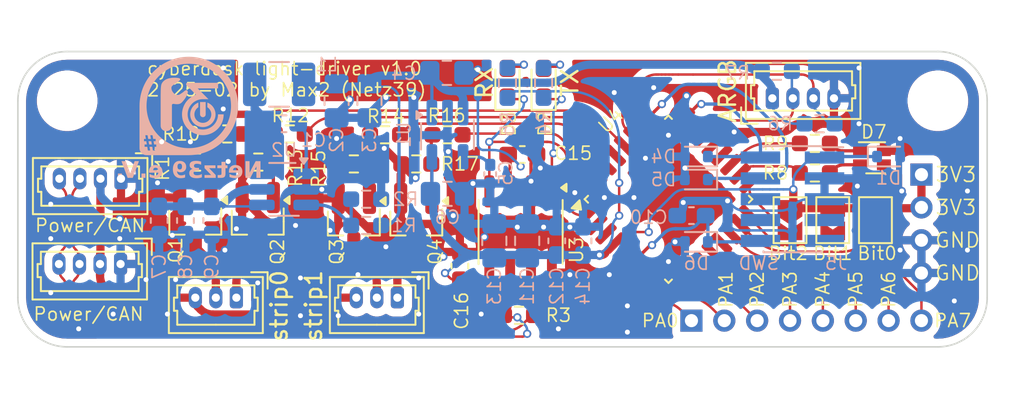
<source format=kicad_pcb>
(kicad_pcb (version 20240108) (generator "pcbnew") (generator_version "8.0")
  (layers (0 "F.Cu" signal) (31 "B.Cu" signal) (34 "B.Paste" user) (35 "F.Paste" user) (36 "B.SilkS" user "B.Silkscreen") (37 "F.SilkS" user "F.Silkscreen") (38 "B.Mask" user) (39 "F.Mask" user) (44 "Edge.Cuts" user))
  (net 0 "")
  (net 1 "Net-(U2-VBST)")
  (net 2 "Net-(U2-SW)")
  (net 3 "GND")
  (net 4 "+5V")
  (net 5 "Net-(U1-Bypass)")
  (net 6 "+3V3")
  (net 7 "+24V")
  (net 8 "/~{RST}")
  (net 9 "Net-(D2-A)")
  (net 10 "/CAN_TX")
  (net 11 "/CAN_RX")
  (net 12 "Net-(D3-A)")
  (net 13 "/SWDIO")
  (net 14 "/SWCLK")
  (net 15 "Net-(D7-A2)")
  (net 16 "Net-(D7-A1)")
  (net 17 "/LED_lowSide_driver1/drain")
  (net 18 "/LED_lowSide_driver/drain")
  (net 19 "/CAN+")
  (net 20 "/CAN-")
  (net 21 "/LED_lowSide_driver3/drain")
  (net 22 "/LED_lowSide_driver2/drain")
  (net 27 "/PA6")
  (net 28 "/PA0")
  (net 29 "/PA1")
  (net 30 "/PA7")
  (net 31 "/PA4")
  (net 32 "/PA5")
  (net 33 "/PA3")
  (net 34 "/PA2")
  (net 35 "/ledClock")
  (net 36 "/ledData")
  (net 37 "/adressBit2")
  (net 38 "/adressBit1")
  (net 39 "/adressBit0")
  (net 40 "Net-(Q1-G)")
  (net 41 "Net-(Q2-G)")
  (net 42 "Net-(Q3-G)")
  (net 43 "Net-(Q4-G)")
  (net 44 "Net-(U2-VFB)")
  (net 45 "/Status_LED_Red")
  (net 46 "/Status_LED_Green")
  (net 47 "/LED0_warmWhite")
  (net 48 "/LED0_coldWhite")
  (net 49 "/LED1_warmWhite")
  (net 50 "/LED1_coldWhite")
  (footprint "Package_TO_SOT_SMD:SOT-23_Handsoldering" (layer "F.Cu") (at 65.8 101.4 -90)
    (property "Reference" "Q1")
    (property "Value" "IRLML0030")
  )
  (footprint "MountingHole:MountingHole_3.2mm_M3_ISO14580" (layer "F.Cu") (at 111 94)
    (property "Reference" "H2" (hide yes))
    (property "Value" "MountingHole")
  )
  (footprint "Package_TO_SOT_SMD:SOT-23_Handsoldering" (layer "F.Cu") (at 79.25 101.45 -90)
    (property "Reference" "Q4")
    (property "Value" "IRLML0030")
  )
  (footprint "Jumper:SolderJumper-2_P1.3mm_Open_TrianglePad1.0x1.5mm" (layer "F.Cu") (at 104.6 101.275 -90)
    (property "Reference" "JP2" (hide yes))
    (property "Value" "SolderJumper_2_Open")
  )
  (footprint "Connector_PinHeader_2.00mm:PinHeader_1x08_P2.00mm_Vertical" (layer "F.Cu") (at 96 107.4 90)
    (property "Reference" "J6" (hide yes))
    (property "Value" "Conn_01x08_Pin")
  )
  (footprint "Resistor_SMD:R_0603_1608Metric_Pad0.98x0.95mm_HandSolder" (layer "F.Cu") (at 103.5125 98.4)
    (property "Reference" "R8")
    (property "Value" "68R")
  )
  (footprint "Capacitor_SMD:C_0603_1608Metric_Pad1.08x0.95mm_HandSolder" (layer "F.Cu") (at 81.905 104.075 90)
    (property "Reference" "C16")
    (property "Value" "100n")
  )
  (footprint "Resistor_SMD:R_0603_1608Metric_Pad0.98x0.95mm_HandSolder" (layer "F.Cu") (at 69.635 97.7375 180)
    (property "Reference" "R13")
    (property "Value" "1M")
  )
  (footprint "Connector_Molex:Molex_PicoBlade_53047-0410_1x04_P1.25mm_Vertical" (layer "F.Cu") (at 61.25 103.95 180)
    (property "Reference" "J4" (hide yes))
    (property "Value" "Power/CAN")
  )
  (footprint "MountingHole:MountingHole_3.2mm_M3_ISO14580" (layer "F.Cu") (at 58 94)
    (property "Reference" "H1" (hide yes))
    (property "Value" "MountingHole")
  )
  (footprint "Resistor_SMD:R_0603_1608Metric_Pad0.98x0.95mm_HandSolder" (layer "F.Cu") (at 71.55 96.0225 180)
    (property "Reference" "R12")
    (property "Value" "100R")
  )
  (footprint "Connector_Molex:Molex_PicoBlade_53047-0410_1x04_P1.25mm_Vertical" (layer "F.Cu") (at 61.275 98.75 180)
    (property "Reference" "J2" (hide yes))
    (property "Value" "Power/CAN")
  )
  (footprint "Resistor_SMD:R_0603_1608Metric_Pad0.98x0.95mm_HandSolder" (layer "F.Cu") (at 75.45 97.85 180)
    (property "Reference" "R15")
    (property "Value" "1M")
  )
  (footprint "Package_SO:SOIC-8_3.9x4.9mm_P1.27mm" (layer "F.Cu") (at 85.6 102 -90)
    (property "Reference" "U3")
    (property "Value" "TJA1051T-3")
  )
  (footprint "Package_TO_SOT_SMD:SOT-23_Handsoldering" (layer "F.Cu") (at 69.6 101.4 -90)
    (property "Reference" "Q2")
    (property "Value" "IRLML0030")
  )
  (footprint "Connector_Molex:Molex_PicoBlade_53047-0310_1x03_P1.25mm_Vertical" (layer "F.Cu") (at 68.3 106 180)
    (property "Reference" "J1" (hide yes))
    (property "Value" "LED-strip0")
  )
  (footprint "Package_TO_SOT_SMD:SOT-23_Handsoldering" (layer "F.Cu") (at 75.45 101.45 -90)
    (property "Reference" "Q3")
    (property "Value" "IRLML0030")
  )
  (footprint "Resistor_SMD:R_0603_1608Metric_Pad0.98x0.95mm_HandSolder" (layer "F.Cu") (at 85.505 107.075 180)
    (property "Reference" "R3")
    (property "Value" "120R")
  )
  (footprint "LED_SMD:LED_0603_1608Metric_Pad1.05x0.95mm_HandSolder" (layer "F.Cu") (at 87 92.9 90)
    (property "Reference" "D2")
    (property "Value" "150060BS75000")
  )
  (footprint "Resistor_SMD:R_0603_1608Metric_Pad0.98x0.95mm_HandSolder" (layer "F.Cu") (at 65.845 97.7375 180)
    (property "Reference" "R11")
    (property "Value" "1M")
  )
  (footprint "Jumper:SolderJumper-2_P1.3mm_Open_TrianglePad1.0x1.5mm" (layer "F.Cu") (at 102 101.275 -90)
    (property "Reference" "JP3" (hide yes))
    (property "Value" "SolderJumper_2_Open")
  )
  (footprint "LED_SMD:LED_0603_1608Metric_Pad1.05x0.95mm_HandSolder" (layer "F.Cu") (at 84.8 92.9 90)
    (property "Reference" "D3")
    (property "Value" "150060BS75000")
  )
  (footprint "Resistor_SMD:R_0603_1608Metric_Pad0.98x0.95mm_HandSolder" (layer "F.Cu") (at 77.35 96.0725 180)
    (property "Reference" "R14")
    (property "Value" "100R")
  )
  (footprint "Resistor_SMD:R_0603_1608Metric_Pad0.98x0.95mm_HandSolder" (layer "F.Cu") (at 79.25 97.85 180)
    (property "Reference" "R17")
    (property "Value" "1M")
  )
  (footprint "Resistor_SMD:R_0603_1608Metric_Pad0.98x0.95mm_HandSolder" (layer "F.Cu") (at 103.5125 96.6)
    (property "Reference" "R9")
    (property "Value" "4R7")
  )
  (footprint "Capacitor_SMD:C_0603_1608Metric_Pad1.08x0.95mm_HandSolder" (layer "F.Cu") (at 85.705 97.275)
    (property "Reference" "C15")
    (property "Value" "100n")
  )
  (footprint "Jumper:SolderJumper-2_P1.3mm_Open_TrianglePad1.0x1.5mm" (layer "F.Cu") (at 107.2 101.275 -90)
    (property "Reference" "JP1" (hide yes))
    (property "Value" "SolderJumper_2_Open")
  )
  (footprint "extraFootprints:LED_LiteOn_LTST-C195TGKRKT" (layer "F.Cu") (at 106.9875 97.475 90)
    (property "Reference" "D7")
    (property "Value" "LTST-C195TGKRKT")
  )
  (footprint "Package_QFP:LQFP-32_7x7mm_P0.8mm" (layer "F.Cu") (at 94.6 100 45)
    (property "Reference" "U4")
    (property "Value" "STM32G0B1KETx")
  )
  (footprint "Connector_Molex:Molex_PicoBlade_53047-0310_1x03_P1.25mm_Vertical" (layer "F.Cu") (at 78.1 106 180)
    (property "Reference" "J3" (hide yes))
    (property "Value" "LED-strip1")
  )
  (footprint "Connector_PinSocket_2.00mm:PinSocket_1x04_P2.00mm_Vertical" (layer "F.Cu") (at 110 98.5)
    (property "Reference" "J8" (hide yes))
    (property "Value" "Conn_01x04_Pin")
  )
  (footprint "Resistor_SMD:R_0603_1608Metric_Pad0.98x0.95mm_HandSolder" (layer "F.Cu") (at 67.75 96.0225 180)
    (property "Reference" "R10")
    (property "Value" "100R")
  )
  (footprint "Resistor_SMD:R_0603_1608Metric_Pad0.98x0.95mm_HandSolder" (layer "F.Cu") (at 81.15 96.0725 180)
    (property "Reference" "R16")
    (property "Value" "100R")
  )
  (footprint "Connector_Molex:Molex_PicoBlade_53047-0410_1x04_P1.25mm_Vertical" (layer "F.Cu") (at 100.925 93.85)
    (property "Reference" "J7" (hide yes))
    (property "Value" "ARGB")
  )
  (footprint "Capacitor_SMD:C_0805_2012Metric_Pad1.18x1.45mm_HandSolder" (layer "B.Cu") (at 86 102.5375 90)
    (property "Reference" "C11")
    (property "Value" "1u")
  )
  (footprint "Resistor_SMD:R_0603_1608Metric_Pad0.98x0.95mm_HandSolder" (layer "B.Cu") (at 84.8 92.9125 -90)
    (property "Reference" "R5")
    (property "Value" "1k2")
  )
  (footprint "Capacitor_SMD:C_0603_1608Metric_Pad1.08x0.95mm_HandSolder" (layer "B.Cu") (at 96 101 180)
    (property "Reference" "C10")
    (property "Value" "100n")
  )
  (footprint "Capacitor_SMD:C_0805_2012Metric_Pad1.18x1.45mm_HandSolder" (layer "B.Cu") (at 76.4 94 90)
    (property "Reference" "C3")
    (property "Value" "22u")
  )
  (footprint "Package_TO_SOT_SMD:SOT-23-6_Handsoldering" (layer "B.Cu") (at 71.2 99.4 180)
    (property "Reference" "U2")
    (property "Value" "TPP361061-T6TR")
  )
  (footprint "Diode_SMD:D_SOD-523" (layer "B.Cu") (at 108 97.4)
    (property "Reference" "D1")
    (property "Value" "ESD5Zxx")
  )
  (footprint "Diode_SMD:D_SOD-523" (layer "B.Cu") (at 96.3 98.8 180)
    (property "Reference" "D5")
    (property "Value" "ESD5Zxx")
  )
  (footprint "Capacitor_SMD:C_0805_2012Metric_Pad1.18x1.45mm_HandSolder" (layer "B.Cu") (at 84 102.5375 -90)
    (property "Reference" "C13")
    (property "Value" "10u")
  )
  (footprint "Capacitor_SMD:C_0805_2012Metric_Pad1.18x1.45mm_HandSolder" (layer "B.Cu") (at 81.1125 92.3)
    (property "Reference" "C4")
    (property "Value" "1u")
  )
  (footprint "Capacitor_SMD:C_0603_1608Metric_Pad1.08x0.95mm_HandSolder" (layer "B.Cu") (at 63.6 101.3 90)
    (property "Reference" "C7")
    (property "Value" "10u 35V")
  )
  (footprint "Diode_SMD:D_SOD-523" (layer "B.Cu") (at 96.3 102.6 180)
    (property "Reference" "D6")
    (property "Value" "ESD5Zxx")
  )
  (footprint "Inductor_SMD:L_1210_3225Metric_Pad1.42x2.65mm_HandSolder" (layer "B.Cu") (at 70.9 93)
    (property "Reference" "L1")
    (property "Value" "10u")
  )
  (footprint "Resistor_SMD:R_0603_1608Metric_Pad0.98x0.95mm_HandSolder" (layer "B.Cu") (at 76.2 101.6 180)
    (property "Reference" "R1")
    (property "Value" "20k")
  )
  (footprint "Capacitor_SMD:C_0603_1608Metric_Pad1.08x0.95mm_HandSolder" (layer "B.Cu") (at 87.8 102.5375 90)
    (property "Reference" "C12")
    (property "Value" "100n")
  )
  (footprint "Package_TO_SOT_SMD:SOT-23-5_HandSoldering" (layer "B.Cu") (at 81.15 96.0725 -90)
    (property "Reference" "U1")
    (property "Value" "TC1185-xCT")
  )
  (footprint "Connector_PinHeader_1.27mm:PinHeader_2x05_P1.27mm_Vertical_SMD" (layer "B.Cu") (at 102.15 100 180)
    (property "Reference" "J5")
    (property "Value" "SWD")
  )
  (footprint "Capacitor_SMD:C_0603_1608Metric_Pad1.08x0.95mm_HandSolder" (layer "B.Cu") (at 65.2 101.3 90)
    (property "Reference" "C8")
    (property "Value" "10u 35V")
  )
  (footprint "Resistor_SMD:R_0603_1608Metric_Pad0.98x0.95mm_HandSolder" (layer "B.Cu") (at 87 92.9125 -90)
    (property "Reference" "R4")
    (property "Value" "1k2")
  )
  (footprint "Capacitor_SMD:C_0603_1608Metric_Pad1.08x0.95mm_HandSolder" (layer "B.Cu") (at 71.2 95.4 180)
    (property "Reference" "C1")
    (property "Value" "100n")
  )
  (footprint "Capacitor_SMD:C_0402_1005Metric_Pad0.74x0.62mm_HandSolder" (layer "B.Cu") (at 83.75 98.4725 -90)
    (property "Reference" "C5")
    (property "Value" "470p")
  )
  (footprint "Diode_SMD:D_SOD-523" (layer "B.Cu") (at 96.3 97.4 180)
    (property "Reference" "D4")
    (property "Value" "ESD5Zxx")
  )
  (footprint "Resistor_SMD:R_0603_1608Metric_Pad0.98x0.95mm_HandSolder" (layer "B.Cu") (at 103.8 95.4)
    (property "Reference" "R6")
    (property "Value" "2k2")
  )
  (footprint "Resistor_SMD:R_0603_1608Metric_Pad0.98x0.95mm_HandSolder" (layer "B.Cu") (at 101.2 92.2)
    (property "Reference" "R7")
    (property "Value" "2k2")
  )
  (footprint "Capacitor_SMD:C_0805_2012Metric_Pad1.18x1.45mm_HandSolder" (layer "B.Cu") (at 74.4 94 90)
    (property "Reference" "C2")
    (property "Value" "22u")
  )
  (footprint "Capacitor_SMD:C_0805_2012Metric_Pad1.18x1.45mm_HandSolder" (layer "B.Cu") (at 81.15 99.6725)
    (property "Reference" "C6")
    (property "Value" "1u")
  )
  (footprint "Capacitor_SMD:C_0603_1608Metric_Pad1.08x0.95mm_HandSolder" (layer "B.Cu") (at 66.8 101.3 90)
    (property "Reference" "C9")
    (property "Value" "100n 35V")
  )
  (footprint "Capacitor_SMD:C_0603_1608Metric_Pad1.08x0.95mm_HandSolder" (layer "B.Cu") (at 89.4 102.5375 -90)
    (property "Reference" "C14")
    (property "Value" "100n")
  )
  (footprint "Resistor_SMD:R_0603_1608Metric_Pad0.98x0.95mm_HandSolder" (layer "B.Cu") (at 76.2 100 180)
    (property "Reference" "R2")
    (property "Value" "2k7")
  )
  (gr_poly (pts (xy 66.425025 94.076585) (xy 66.088475 94.076585) (xy 66.088475 94.823769) (xy 66.088721 94.833236) (xy 66.089451 94.842578) (xy 66.090652 94.851782) (xy 66.092312 94.860835) (xy 66.094418 94.869724) (xy 66.096959 94.878435) (xy 66.099921 94.886956) (xy 66.103292 94.895272) (xy 66.10706 94.903372) (xy 66.111213 94.911241) (xy 66.115738 94.918867) (xy 66.120622 94.926237) (xy 66.125854 94.933336) (xy 66.131421 94.940153) (xy 66.13731 94.946674) (xy 66.143509 94.952885) (xy 66.150005 94.958774) (xy 66.156787 94.964327) (xy 66.163842 94.969532) (xy 66.171158 94.974374) (xy 66.178721 94.978842) (xy 66.18652 94.982921) (xy 66.194542 94.986598) (xy 66.202775 94.989861) (xy 66.211207 94.992696) (xy 66.219824 94.995089) (xy 66.228616 94.997029) (xy 66.237568 94.998501) (xy 66.246669 94.999493) (xy 66.255907 94.99999) (xy 66.265269 94.999981) (xy 66.274742 94.999452) (xy 66.283013 94.99866) (xy 66.291151 94.99748) (xy 66.299149 94.995922) (xy 66.306996 94.993995) (xy 66.314686 94.991708) (xy 66.322209 94.989071) (xy 66.329557 94.986093) (xy 66.336721 94.982783) (xy 66.343693 94.979151) (xy 66.350464 94.975205) (xy 66.357025 94.970956) (xy 66.363369 94.966412) (xy 66.369487 94.961583) (xy 66.375369 94.956478) (xy 66.381009 94.951106) (xy 66.386396 94.945477) (xy 66.391523 94.9396) (xy 66.396381 94.933484) (xy 66.400962 94.927138) (xy 66.405256 94.920573) (xy 66.409256 94.913797) (xy 66.412953 94.906819) (xy 66.416338 94.899649) (xy 66.419403 94.892296) (xy 66.422139 94.884769) (xy 66.424538 94.877078) (xy 66.426592 94.869232) (xy 66.428291 94.86124) (xy 66.429628 94.853112) (xy 66.430593 94.844857) (xy 66.431178 94.836483) (xy 66.431375 94.828002) (xy 66.431375 94.078702) (xy 66.43128 94.07852) (xy 66.431011 94.07804) (xy 66.43082 94.07772) (xy 66.430594 94.077362) (xy 66.430337 94.07698) (xy 66.430052 94.076585) (xy 66.429743 94.07619) (xy 66.429412 94.075808) (xy 66.429239 94.075625) (xy 66.429062 94.07545) (xy 66.428881 94.075285) (xy 66.428696 94.07513) (xy 66.428509 94.074988) (xy 66.428319 94.074859) (xy 66.428126 94.074746) (xy 66.427932 94.07465) (xy 66.427736 94.074573) (xy 66.427538 94.074516) (xy 66.42734 94.074481) (xy 66.427142 94.074468)) (stroke (width -0.000001)) (fill solid) (layer "B.SilkS"))
  (gr_poly (pts (xy 62.987559 96.665268) (xy 63.154776 96.665268) (xy 63.120909 96.466302) (xy 62.953692 96.466302)) (stroke (width -0.000001)) (fill solid) (layer "B.SilkS"))
  (gr_poly (pts (xy 64.496576 92.595944) (xy 64.463764 92.597163) (xy 64.431125 92.599152) (xy 64.37462 92.603968) (xy 64.318016 92.610694) (xy 64.26161 92.619653) (xy 64.233574 92.62507) (xy 64.2057 92.631167) (xy 64.178024 92.637982) (xy 64.150584 92.645557) (xy 64.123417 92.653933) (xy 64.096559 92.663148) (xy 64.070049 92.673244) (xy 64.043924 92.684261) (xy 64.01822 92.696239) (xy 63.992975 92.709219) (xy 63.969306 92.724) (xy 63.945999 92.739757) (xy 63.92317 92.756476) (xy 63.900933 92.774141) (xy 63.879403 92.792735) (xy 63.858695 92.812245) (xy 63.838923 92.832653) (xy 63.820202 92.853946) (xy 63.802647 92.876106) (xy 63.786373 92.899119) (xy 63.771494 92.922969) (xy 63.758124 92.947641) (xy 63.74638 92.973119) (xy 63.741153 92.986156) (xy 63.736375 92.999388) (xy 63.73206 93.012814) (xy 63.728224 93.026432) (xy 63.724879 93.04024) (xy 63.722042 93.054235) (xy 63.716151 93.091986) (xy 63.711128 93.129828) (xy 63.703389 93.205742) (xy 63.698229 93.281905) (xy 63.695054 93.358241) (xy 63.690292 93.663835) (xy 63.690292 95.513802) (xy 63.691719 95.553991) (xy 63.697017 95.591611) (xy 63.705929 95.626659) (xy 63.718197 95.659133) (xy 63.733562 95.68903) (xy 63.751767 95.716348) (xy 63.772553 95.741085) (xy 63.795662 95.763238) (xy 63.820836 95.782805) (xy 63.847817 95.799784) (xy 63.876347 95.814173) (xy 63.906167 95.825969) (xy 63.93702 95.835169) (xy 63.968647 95.841773) (xy 64.00079 95.845776) (xy 64.033192 95.847177) (xy 64.065593 95.845973) (xy 64.097737 95.842163) (xy 64.129364 95.835744) (xy 64.160216 95.826713) (xy 64.190037 95.815068) (xy 64.218566 95.800808) (xy 64.245547 95.783928) (xy 64.270721 95.764429) (xy 64.29383 95.742305) (xy 64.314616 95.717557) (xy 64.332821 95.690181) (xy 64.348186 95.660174) (xy 64.360454 95.627536) (xy 64.369367 95.592262) (xy 64.374665 95.554352) (xy 64.376092 95.513802) (xy 64.376092 94.245919) (xy 64.373975 94.248035) (xy 64.377785 94.239341) (xy 64.382055 94.231491) (xy 64.386763 94.224448) (xy 64.391884 94.218174) (xy 64.397396 94.212635) (xy 64.403276 94.207791) (xy 64.4095 94.203607) (xy 64.416044 94.200046) (xy 64.422886 94.197071) (xy 64.430003 94.194646) (xy 64.437371 94.192732) (xy 64.444966 94.191294) (xy 64.452767 94.190295) (xy 64.460748 94.189698) (xy 64.468888 94.189466) (xy 64.477163 94.189562) (xy 64.494024 94.190592) (xy 64.511145 94.192493) (xy 64.545426 94.197731) (xy 64.578515 94.20292) (xy 64.594148 94.204759) (xy 64.608926 94.205702) (xy 64.645781 94.207699) (xy 64.683108 94.208579) (xy 64.701847 94.208438) (xy 64.720584 94.207823) (xy 64.739277 94.206668) (xy 64.757886 94.204908) (xy 64.776371 94.202479) (xy 64.794692 94.199315) (xy 64.812808 94.195351) (xy 64.830679 94.190521) (xy 64.848265 94.184762) (xy 64.865526 94.178008) (xy 64.882421 94.170193) (xy 64.898909 94.161252) (xy 64.911788 94.153445) (xy 64.924251 94.145129) (xy 64.93633 94.136342) (xy 64.948055 94.127121) (xy 64.959458 94.117503) (xy 64.97057 94.107525) (xy 64.981421 94.097225) (xy 64.992042 94.08664) (xy 65.002466 94.075806) (xy 65.012721 94.064762) (xy 65.032854 94.04219) (xy 65.072476 93.996152) (xy 65.10213 93.960032) (xy 65.130717 93.923094) (xy 65.158164 93.885312) (xy 65.184394 93.846663) (xy 65.197031 93.827004) (xy 65.209336 93.80712) (xy 65.221299 93.787006) (xy 65.232912 93.766659) (xy 65.244166 93.746077) (xy 65.25505 93.725256) (xy 65.265557 93.704193) (xy 65.275676 93.682885) (xy 65.307591 93.606255) (xy 65.315779 93.585586) (xy 65.323412 93.564604) (xy 65.330171 93.543455) (xy 65.335736 93.522283) (xy 65.339788 93.501236) (xy 65.341147 93.490804) (xy 65.342007 93.480458) (xy 65.34233 93.470216) (xy 65.342075 93.460096) (xy 65.341202 93.450117) (xy 65.339672 93.440296) (xy 65.337443 93.430651) (xy 65.334478 93.421202) (xy 65.330734 93.411965) (xy 65.326174 93.40296) (xy 65.320756 93.394205) (xy 65.314441 93.385718) (xy 65.307188 93.377516) (xy 65.298959 93.369619) (xy 65.29087 93.363231) (xy 65.282493 93.358305) (xy 65.273849 93.354764) (xy 65.26496 93.352533) (xy 65.255848 93.351533) (xy 65.246534 93.35169) (xy 65.237041 93.352926) (xy 65.227389 93.355166) (xy 65.217601 93.358333) (xy 65.207698 93.362351) (xy 65.197703 93.367143) (xy 65.187636 93.372633) (xy 65.177519 93.378744) (xy 65.167374 93.385401) (xy 65.147088 93.400046) (xy 65.126951 93.415956) (xy 65.107136 93.432519) (xy 65.069168 93.465167) (xy 65.051363 93.480028) (xy 65.034574 93.493101) (xy 65.018976 93.503773) (xy 65.011678 93.508019) (xy 65.004742 93.511435) (xy 64.947592 93.551652) (xy 64.928509 93.564319) (xy 64.918905 93.57059) (xy 64.909227 93.576787) (xy 64.89945 93.582885) (xy 64.889549 93.588859) (xy 64.879499 93.594684) (xy 64.869275 93.600335) (xy 64.847776 93.61233) (xy 64.826165 93.62287) (xy 64.804479 93.631891) (xy 64.782756 93.639328) (xy 64.761034 93.645115) (xy 64.739348 93.649188) (xy 64.717737 93.651481) (xy 64.696238 93.651929) (xy 64.685542 93.651441) (xy 64.674887 93.650467) (xy 64.664279 93.648999) (xy 64.653723 93.64703) (xy 64.643222 93.644551) (xy 64.632781 93.641553) (xy 64.622406 93.638029) (xy 64.6121 93.63397) (xy 64.601869 93.629369) (xy 64.591717 93.624217) (xy 64.581649 93.618507) (xy 64.571669 93.612229) (xy 64.561782 93.605376) (xy 64.551993 93.59794) (xy 64.542306 93.589912) (xy 64.532725 93.581285) (xy 64.511497 93.561579) (xy 64.490789 93.540618) (xy 64.470776 93.518484) (xy 64.451631 93.495263) (xy 64.433527 93.471036) (xy 64.416639 93.445889) (xy 64.401141 93.419904) (xy 64.387204 93.393166) (xy 64.375005 93.365759) (xy 64.364715 93.337765) (xy 64.36034 93.323575) (xy 64.356509 93.309269) (xy 64.353241 93.294859) (xy 64.35056 93.280355) (xy 64.348486 93.265767) (xy 64.347042 93.251105) (xy 64.346248 93.236381) (xy 64.346128 93.221605) (xy 64.346702 93.206786) (xy 64.347992 93.191937) (xy 64.350021 93.177066) (xy 64.352809 93.162185) (xy 64.355408 93.155139) (xy 64.358423 93.148282) (xy 64.361822 93.141605) (xy 64.365575 93.135098) (xy 64.36965 93.128753) (xy 64.374017 93.12256) (xy 64.378644 93.116509) (xy 64.3835 93.110591) (xy 64.388555 93.104798) (xy 64.393778 93.099119) (xy 64.399136 93.093546) (xy 64.404601 93.088069) (xy 64.415722 93.077366) (xy 64.426892 93.066935) (xy 64.43483 93.059891) (xy 64.442767 93.053045) (xy 64.450705 93.046397) (xy 64.458642 93.039948) (xy 64.46658 93.033697) (xy 64.474517 93.027645) (xy 64.482455 93.021791) (xy 64.490392 93.016135) (xy 64.495635 93.009924) (xy 64.503292 93.002835) (xy 64.525036 92.986233) (xy 64.588552 92.944797) (xy 64.667944 92.895175) (xy 64.709531 92.868341) (xy 64.750213 92.840716) (xy 64.788364 92.81272) (xy 64.822361 92.784769) (xy 64.850579 92.757284) (xy 64.862012 92.743847) (xy 64.871392 92.730683) (xy 64.878514 92.717844) (xy 64.883176 92.705384) (xy 64.885175 92.693353) (xy 64.884307 92.681805) (xy 64.880369 92.670792) (xy 64.873159 92.660366) (xy 64.862473 92.65058) (xy 64.848109 92.641485) (xy 64.862925 92.649952) (xy 64.853653 92.643918) (xy 64.844107 92.638488) (xy 64.834313 92.633623) (xy 64.824296 92.629281) (xy 64.814081 92.625424) (xy 64.803692 92.622009) (xy 64.793154 92.618998) (xy 64.782492 92.61635) (xy 64.771731 92.614024) (xy 64.760895 92.61198) (xy 64.7391 92.608578) (xy 64.717305 92.60582) (xy 64.695708 92.603385) (xy 64.662375 92.600512) (xy 64.629067 92.598259) (xy 64.595808 92.596651) (xy 64.562623 92.595712) (xy 64.529538 92.595468)) (stroke (width -0.000001)) (fill solid) (layer "B.SilkS"))
  (gr_poly (pts (xy 65.320019 92.904051) (xy 65.315731 92.904349) (xy 65.311499 92.904845) (xy 65.307327 92.905539) (xy 65.303216 92.906432) (xy 65.29917 92.907524) (xy 65.295192 92.908814) (xy 65.291286 92.910302) (xy 65.287454 92.911989) (xy 65.2837 92.913874) (xy 65.280026 92.915957) (xy 65.276436 92.918239) (xy 65.272933 92.92072) (xy 65.26952 92.923399) (xy 65.2662 92.926276) (xy 65.262976 92.929352) (xy 65.2599 92.932582) (xy 65.257023 92.935916) (xy 65.254344 92.939348) (xy 65.251863 92.94287) (xy 65.249581 92.946477) (xy 65.247498 92.95016) (xy 65.245612 92.953913) (xy 65.243926 92.957728) (xy 65.242437 92.9616) (xy 65.241148 92.96552) (xy 65.240056 92.969482) (xy 65.239163 92.973479) (xy 65.238469 92.977504) (xy 65.237973 92.98155) (xy 65.237675 92.98561) (xy 65.237576 92.989677) (xy 65.237675 92.993744) (xy 65.237973 92.997803) (xy 65.238469 93.001849) (xy 65.239163 93.005874) (xy 65.240056 93.009871) (xy 65.241148 93.013834) (xy 65.242437 93.017754) (xy 65.243926 93.021625) (xy 65.245612 93.025441) (xy 65.247498 93.029194) (xy 65.249581 93.032877) (xy 65.251863 93.036483) (xy 65.254344 93.040006) (xy 65.257023 93.043438) (xy 65.2599 93.046772) (xy 65.262976 93.050002) (xy 65.842942 93.629968) (xy 65.795614 93.647517) (xy 65.749298 93.666794) (xy 65.704026 93.687755) (xy 65.65983 93.710356) (xy 65.616743 93.734553) (xy 65.574796 93.7603) (xy 65.534022 93.787553) (xy 65.494453 93.816268) (xy 65.456121 93.8464) (xy 65.419059 93.877904) (xy 65.383298 93.910736) (xy 65.34887 93.944851) (xy 65.315809 93.980205) (xy 65.284145 94.016754) (xy 65.253911 94.054451) (xy 65.22514 94.093254) (xy 65.197864 94.133117) (xy 65.172114 94.173996) (xy 65.147922 94.215846) (xy 65.125322 94.258623) (xy 65.104345 94.302281) (xy 65.085023 94.346778) (xy 65.067389 94.392067) (xy 65.051474 94.438105) (xy 65.037312 94.484847) (xy 65.024933 94.532248) (xy 65.01437 94.580263) (xy 65.005656 94.628849) (xy 64.998822 94.67796) (xy 64.993901 94.727553) (xy 64.990925 94.777581) (xy 64.989926 94.828002) (xy 64.991574 94.893281) (xy 64.996467 94.957699) (xy 65.004525 95.021177) (xy 65.015669 95.083635) (xy 65.029818 95.144994) (xy 65.046894 95.205174) (xy 65.066817 95.264096) (xy 65.089508 95.321681) (xy 65.114887 95.377849) (xy 65.142875 95.43252) (xy 65.173392 95.485616) (xy 65.206359 95.537056) (xy 65.241696 95.586761) (xy 65.279325 95.634653) (xy 65.319164 95.68065) (xy 65.361136 95.724675) (xy 65.405161 95.766646) (xy 65.451158 95.806486) (xy 65.499049 95.844114) (xy 65.548755 95.879452) (xy 65.600195 95.912419) (xy 65.65329 95.942936) (xy 65.707962 95.970923) (xy 65.76413 95.996302) (xy 65.821714 96.018993) (xy 65.880637 96.038916) (xy 65.940817 96.055992) (xy 66.002176 96.070142) (xy 66.064634 96.081285) (xy 66.128112 96.089343) (xy 66.19253 96.094236) (xy 66.257809 96.095885) (xy 66.323088 96.094236) (xy 66.387506 96.089343) (xy 66.450984 96.081285) (xy 66.513442 96.070142) (xy 66.574801 96.055992) (xy 66.634981 96.038916) (xy 66.693904 96.018993) (xy 66.751488 95.996302) (xy 66.807656 95.970923) (xy 66.862328 95.942936) (xy 66.915423 95.912419) (xy 66.966863 95.879452) (xy 67.016569 95.844114) (xy 67.06446 95.806486) (xy 67.110457 95.766646) (xy 67.154482 95.724675) (xy 67.196454 95.68065) (xy 67.236293 95.634653) (xy 67.273922 95.586761) (xy 67.309259 95.537056) (xy 67.342226 95.485616) (xy 67.372743 95.43252) (xy 67.400731 95.377849) (xy 67.42611 95.321681) (xy 67.4488 95.264096) (xy 67.468724 95.205174) (xy 67.4858 95.144994) (xy 67.499949 95.083635) (xy 67.511092 95.021177) (xy 67.51915 94.957699) (xy 67.524043 94.893281) (xy 67.525692 94.828002) (xy 67.182792 94.828002) (xy 67.181587 94.875723) (xy 67.178009 94.922803) (xy 67.172117 94.969186) (xy 67.16397 95.014814) (xy 67.153626 95.05963) (xy 67.141144 95.103576) (xy 67.126582 95.146594) (xy 67.109999 95.188629) (xy 67.091453 95.229621) (xy 67.071003 95.269515) (xy 67.048708 95.308252) (xy 67.024625 95.345775) (xy 66.998814 95.382027) (xy 66.971333 95.41695) (xy 66.94224 95.450487) (xy 66.911594 95.482581) (xy 66.879454 95.513174) (xy 66.845878 95.542209) (xy 66.810924 95.569629) (xy 66.774652 95.595376) (xy 66.737119 95.619393) (xy 66.698384 95.641622) (xy 66.658506 95.662007) (xy 66.617543 95.680489) (xy 66.575554 95.697012) (xy 66.532597 95.711518) (xy 66.488731 95.723949) (xy 66.444014 95.734249) (xy 66.398504 95.74236) (xy 66.352262 95.748225) (xy 66.305344 95.751785) (xy 66.257809 95.752985) (xy 66.210274 95.751779) (xy 66.163356 95.748201) (xy 66.117114 95.742309) (xy 66.071604 95.734162) (xy 66.026887 95.723818) (xy 65.983021 95.711336) (xy 65.940064 95.696775) (xy 65.898075 95.680191) (xy 65.857112 95.661646) (xy 65.817234 95.641196) (xy 65.778499 95.6189) (xy 65.740966 95.594818) (xy 65.704694 95.569007) (xy 65.66974 95.541526) (xy 65.636164 95.512433) (xy 65.604024 95.481787) (xy 65.573378 95.449647) (xy 65.544285 95.416071) (xy 65.516804 95.381117) (xy 65.490993 95.344845) (xy 65.46691 95.307312) (xy 65.444615 95.268577) (xy 65.424165 95.228699) (xy 65.405619 95.187736) (xy 65.389036 95.145747) (xy 65.374474 95.10279) (xy 65.361992 95.058923) (xy 65.351648 95.014206) (xy 65.343501 94.968697) (xy 65.337609 94.922454) (xy 65.334031 94.875536) (xy 65.332826 94.828002) (xy 65.334031 94.780467) (xy 65.337609 94.733549) (xy 65.343501 94.687306) (xy 65.351648 94.641797) (xy 65.361992 94.59708) (xy 65.374474 94.553214) (xy 65.389036 94.510257) (xy 65.405619 94.468268) (xy 65.424165 94.427305) (xy 65.444615 94.387427) (xy 65.46691 94.348692) (xy 65.490993 94.311159) (xy 65.516804 94.274886) (xy 65.544285 94.239933) (xy 65.573378 94.206357) (xy 65.604024 94.174216) (xy 65.636164 94.143571) (xy 65.66974 94.114478) (xy 65.704694 94.086997) (xy 65.740966 94.061186) (xy 65.778499 94.037103) (xy 65.817234 94.014808) (xy 65.857112 93.994358) (xy 65.898075 93.975812) (xy 65.940064 93.959229) (xy 65.983021 93.944667) (xy 66.026887 93.932185) (xy 66.071604 93.921841) (xy 66.117114 93.913694) (xy 66.163356 93.907802) (xy 66.210274 93.904224) (xy 66.257809 93.903019) (xy 66.600709 93.903019) (xy 65.944542 93.246852) (xy 67.184909 93.246852) (xy 67.184909 92.903952) (xy 65.324359 92.903952)) (stroke (width -0.000001)) (fill solid) (layer "B.SilkS"))
  (gr_poly (pts (xy 65.248248 91.320358) (xy 65.095846 91.331951) (xy 64.945657 91.351041) (xy 64.797871 91.377438) (xy 64.652677 91.410955) (xy 64.510265 91.451402) (xy 64.370823 91.498589) (xy 64.23454 91.552328) (xy 64.101606 91.612429) (xy 63.97221 91.678704) (xy 63.846541 91.750962) (xy 63.724787 91.829016) (xy 63.607139 91.912676) (xy 63.493785 92.001752) (xy 63.384915 92.096056) (xy 63.280717 92.195398) (xy 63.181381 92.299589) (xy 63.087096 92.408441) (xy 62.998051 92.521764) (xy 62.914435 92.639369) (xy 62.836437 92.761066) (xy 62.764246 92.886667) (xy 62.698053 93.015983) (xy 62.638044 93.148824) (xy 62.584411 93.285001) (xy 62.537341 93.424325) (xy 62.497025 93.566608) (xy 62.463651 93.711659) (xy 62.437408 93.859289) (xy 62.418486 94.009311) (xy 62.407073 94.161534) (xy 62.403359 94.315769) (xy 62.403359 96.887518) (xy 62.403913 96.909416) (xy 62.405556 96.931039) (xy 62.408263 96.952358) (xy 62.412007 96.973347) (xy 62.416762 96.993977) (xy 62.422502 97.014222) (xy 62.429199 97.034054) (xy 62.436829 97.053445) (xy 62.445363 97.072368) (xy 62.454777 97.090795) (xy 62.465043 97.108699) (xy 62.476136 97.126053) (xy 62.488028 97.142828) (xy 62.500694 97.158997) (xy 62.514108 97.174533) (xy 62.528242 97.189408) (xy 62.543071 97.203595) (xy 62.558568 97.217066) (xy 62.574707 97.229793) (xy 62.591461 97.24175) (xy 62.608804 97.252908) (xy 62.626711 97.263241) (xy 62.645153 97.27272) (xy 62.664106 97.281318) (xy 62.683542 97.289007) (xy 62.703436 97.295761) (xy 62.72376 97.301551) (xy 62.74449 97.30635) (xy 62.765597 97.31013) (xy 62.787056 97.312865) (xy 62.808842 97.314525) (xy 62.830926 97.315085) (xy 65.402675 97.315085) (xy 65.55691 97.311179) (xy 65.709133 97.299586) (xy 65.859155 97.280497) (xy 66.006785 97.254099) (xy 66.151836 97.220582) (xy 66.294119 97.180135) (xy 66.433443 97.132948) (xy 66.56962 97.079209) (xy 66.702461 97.019108) (xy 66.831777 96.952833) (xy 66.957378 96.880575) (xy 67.079075 96.802521) (xy 67.19668 96.718862) (xy 67.310003 96.629785) (xy 67.418855 96.535482) (xy 67.523046 96.436139) (xy 67.622388 96.331948) (xy 67.716692 96.223096) (xy 67.805768 96.109773) (xy 67.889428 95.992169) (xy 67.967482 95.870471) (xy 68.03974 95.74487) (xy 68.106015 95.615554) (xy 68.166116 95.482713) (xy 68.219855 95.346536) (xy 68.267042 95.207212) (xy 68.307489 95.06493) (xy 68.341006 94.919878) (xy 68.367403 94.772248) (xy 68.386493 94.622226) (xy 68.398086 94.470004) (xy 68.401992 94.315769) (xy 67.974425 94.315769) (xy 67.971079 94.448106) (xy 67.961147 94.578706) (xy 67.944792 94.707408) (xy 67.922174 94.83405) (xy 67.893456 94.95847) (xy 67.8588 95.080508) (xy 67.818366 95.2) (xy 67.772317 95.316786) (xy 67.720813 95.430704) (xy 67.664018 95.541593) (xy 67.602092 95.64929) (xy 67.535196 95.753634) (xy 67.463494 95.854464) (xy 67.387145 95.951617) (xy 67.306312 96.044933) (xy 67.221157 96.13425) (xy 67.13184 96.219405) (xy 67.038524 96.300238) (xy 66.941371 96.376586) (xy 66.840541 96.448289) (xy 66.736197 96.515185) (xy 66.6285 96.577111) (xy 66.517611 96.633906) (xy 66.403693 96.68541) (xy 66.286907 96.731459) (xy 66.167415 96.771893) (xy 66.045377 96.806549) (xy 65.920957 96.835267) (xy 65.794315 96.857885) (xy 65.665613 96.87424) (xy 65.535012 96.884172) (xy 65.402675 96.887518) (xy 65.270338 96.884172) (xy 65.139738 96.87424) (xy 65.011036 96.857885) (xy 64.884394 96.835267) (xy 64.759974 96.806549) (xy 64.637936 96.771893) (xy 64.518444 96.731459) (xy 64.401658 96.68541) (xy 64.357108 96.665268) (xy 63.421476 96.665268) (xy 63.421476 96.804969) (xy 63.317759 96.804969) (xy 63.355859 97.031452) (xy 63.218276 97.031452) (xy 63.180176 96.804969) (xy 63.012959 96.804969) (xy 63.051059 97.031452) (xy 62.913476 97.031452) (xy 62.875376 96.804969) (xy 62.714509 96.804969) (xy 62.714509 96.665268) (xy 62.849976 96.665268) (xy 62.816109 96.466302) (xy 62.676409 96.466302) (xy 62.676409 96.326602) (xy 62.792826 96.326602) (xy 62.754726 96.100119) (xy 62.892309 96.100119) (xy 62.930409 96.326602) (xy 63.097626 96.326602) (xy 63.059526 96.100119) (xy 63.197109 96.100119) (xy 63.235209 96.326602) (xy 63.383376 96.326602) (xy 63.383376 96.466302) (xy 63.258492 96.466302) (xy 63.292359 96.665268) (xy 63.421476 96.665268) (xy 64.357108 96.665268) (xy 64.28774 96.633906) (xy 64.176851 96.577111) (xy 64.069154 96.515185) (xy 63.96481 96.448289) (xy 63.86398 96.376587) (xy 63.766827 96.300238) (xy 63.673511 96.219405) (xy 63.584194 96.13425) (xy 63.499039 96.044933) (xy 63.418206 95.951617) (xy 63.341858 95.854464) (xy 63.270155 95.753634) (xy 63.203259 95.64929) (xy 63.141333 95.541593) (xy 63.084538 95.430705) (xy 63.033034 95.316787) (xy 62.986985 95.2) (xy 62.946551 95.080508) (xy 62.911895 94.958471) (xy 62.883177 94.83405) (xy 62.860559 94.707408) (xy 62.844204 94.578706) (xy 62.834272 94.448106) (xy 62.830926 94.315769) (xy 62.834272 94.183432) (xy 62.844204 94.052831) (xy 62.860559 93.924129) (xy 62.883177 93.797487) (xy 62.911895 93.673067) (xy 62.946551 93.551029) (xy 62.986985 93.431537) (xy 63.033034 93.314751) (xy 63.084538 93.200833) (xy 63.141333 93.089944) (xy 63.203259 92.982247) (xy 63.270155 92.877903) (xy 63.341857 92.777073) (xy 63.418206 92.67992) (xy 63.499039 92.586604) (xy 63.584194 92.497287) (xy 63.673511 92.412132) (xy 63.766827 92.331299) (xy 63.86398 92.25495) (xy 63.96481 92.183248) (xy 64.069154 92.116352) (xy 64.176851 92.054426) (xy 64.287739 91.99763) (xy 64.401657 91.946127) (xy 64.518444 91.900078) (xy 64.637936 91.859644) (xy 64.759973 91.824988) (xy 64.884394 91.79627) (xy 65.011036 91.773652) (xy 65.139738 91.757297) (xy 65.270338 91.747365) (xy 65.402675 91.744019) (xy 65.535012 91.747365) (xy 65.665613 91.757297) (xy 65.794315 91.773652) (xy 65.920957 91.79627) (xy 66.045377 91.824988) (xy 66.167415 91.859644) (xy 66.286907 91.900078) (xy 66.403693 91.946127) (xy 66.517611 91.99763) (xy 66.6285 92.054426) (xy 66.736197 92.116352) (xy 66.840541 92.183248) (xy 66.941371 92.25495) (xy 67.038524 92.331299) (xy 67.13184 92.412132) (xy 67.221157 92.497287) (xy 67.306312 92.586604) (xy 67.387145 92.67992) (xy 67.463494 92.777073) (xy 67.535196 92.877903) (xy 67.602092 92.982247) (xy 67.664018 93.089944) (xy 67.720813 93.200833) (xy 67.772317 93.314751) (xy 67.818366 93.431537) (xy 67.8588 93.551029) (xy 67.893456 93.673067) (xy 67.922174 93.797487) (xy 67.944792 93.924129) (xy 67.961147 94.052831) (xy 67.971079 94.183432) (xy 67.974425 94.315769) (xy 68.401992 94.315769) (xy 68.398086 94.161534) (xy 68.386493 94.009311) (xy 68.367403 93.859289) (xy 68.341006 93.711659) (xy 68.307489 93.566608) (xy 68.267042 93.424325) (xy 68.219855 93.285001) (xy 68.166116 93.148824) (xy 68.106015 93.015983) (xy 68.03974 92.886667) (xy 67.967482 92.761066) (xy 67.889428 92.639369) (xy 67.805768 92.521764) (xy 67.716692 92.408441) (xy 67.622388 92.299589) (xy 67.523046 92.195398) (xy 67.418855 92.096056) (xy 67.310003 92.001752) (xy 67.19668 91.912676) (xy 67.079075 91.829016) (xy 66.957378 91.750962) (xy 66.831777 91.678704) (xy 66.702461 91.612429) (xy 66.56962 91.552328) (xy 66.433443 91.498589) (xy 66.294119 91.451402) (xy 66.151836 91.410955) (xy 66.006785 91.377438) (xy 65.859155 91.351041) (xy 65.709133 91.331951) (xy 65.55691 91.320358) (xy 65.402675 91.316452)) (stroke (width -0.000001)) (fill solid) (layer "B.SilkS"))
  (gr_poly (pts (xy 65.946768 94.126118) (xy 65.909832 94.143706) (xy 65.874012 94.163155) (xy 65.83937 94.184403) (xy 65.805969 94.207386) (xy 65.773869 94.232044) (xy 65.743134 94.258314) (xy 65.713826 94.286135) (xy 65.686005 94.315444) (xy 65.659735 94.346179) (xy 65.635077 94.378278) (xy 65.612093 94.41168) (xy 65.590846 94.446321) (xy 65.571397 94.482142) (xy 65.553808 94.519078) (xy 65.538142 94.557068) (xy 65.524885 94.594501) (xy 65.513671 94.632144) (xy 65.504471 94.669936) (xy 65.497256 94.707815) (xy 65.491997 94.745718) (xy 65.488666 94.783585) (xy 65.487234 94.821352) (xy 65.487673 94.858958) (xy 65.489953 94.89634) (xy 65.494047 94.933438) (xy 65.499924 94.970188) (xy 65.507558 95.006529) (xy 65.516919 95.042399) (xy 65.527977 95.077735) (xy 65.540706 95.112476) (xy 65.555075 95.14656) (xy 65.571057 95.179924) (xy 65.588623 95.212507) (xy 65.607743 95.244247) (xy 65.62839 95.275081) (xy 65.650534 95.304948) (xy 65.674147 95.333786) (xy 65.699201 95.361532) (xy 65.725666 95.388124) (xy 65.753513 95.413502) (xy 65.782715 95.437602) (xy 65.813243 95.460362) (xy 65.845067 95.481721) (xy 65.878159 95.501616) (xy 65.912491 95.519986) (xy 65.948034 95.536769) (xy 65.984759 95.551902) (xy 66.022191 95.565158) (xy 66.059834 95.576372) (xy 66.097626 95.585573) (xy 66.135505 95.592788) (xy 66.173409 95.598047) (xy 66.211275 95.601378) (xy 66.249042 95.602809) (xy 66.286648 95.602371) (xy 66.324031 95.60009) (xy 66.361129 95.595997) (xy 66.397879 95.590119) (xy 66.43422 95.582486) (xy 66.470089 95.573125) (xy 66.505426 95.562066) (xy 66.540167 95.549337) (xy 66.57425 95.534968) (xy 66.607615 95.518986) (xy 66.640198 95.501421) (xy 66.671937 95.4823) (xy 66.702772 95.461653) (xy 66.732639 95.439509) (xy 66.761476 95.415896) (xy 66.789222 95.390843) (xy 66.815815 95.364378) (xy 66.841192 95.33653) (xy 66.865292 95.307328) (xy 66.888052 95.2768) (xy 66.909411 95.244976) (xy 66.929307 95.211884) (xy 66.947677 95.177552) (xy 66.964459 95.142009) (xy 66.979592 95.105284) (xy 66.992849 95.067852) (xy 67.004063 95.030209) (xy 67.013263 94.992417) (xy 67.020478 94.954538) (xy 67.025737 94.916635) (xy 67.029068 94.878768) (xy 67.0305 94.841001) (xy 67.030061 94.803395) (xy 67.027781 94.766012) (xy 67.023688 94.728915) (xy 67.01781 94.692165) (xy 67.010176 94.655824) (xy 67.000816 94.619954) (xy 66.989757 94.584618) (xy 66.977028 94.549877) (xy 66.962659 94.515793) (xy 66.946677 94.482429) (xy 66.929111 94.449846) (xy 66.909991 94.418106) (xy 66.889344 94.387272) (xy 66.8672 94.357405) (xy 66.843587 94.328568) (xy 66.818534 94.300821) (xy 66.792069 94.274229) (xy 66.764221 94.248851) (xy 66.735019 94.224752) (xy 66.704491 94.201991) (xy 66.672667 94.180632) (xy 66.639575 94.160737) (xy 66.605243 94.142367) (xy 66.5697 94.125585) (xy 66.532975 94.110452) (xy 66.532975 94.396202) (xy 66.555093 94.410773) (xy 66.576198 94.42628) (xy 66.59628 94.442677) (xy 66.615331 94.459921) (xy 66.633342 94.477966) (xy 66.650303 94.496768) (xy 66.666207 94.516282) (xy 66.681043 94.536464) (xy 66.694803 94.557269) (xy 66.707479 94.578653) (xy 66.719061 94.600571) (xy 66.72954 94.622979) (xy 66.738908 94.645831) (xy 66.747155 94.669084) (xy 66.754273 94.692692) (xy 66.760253 94.716612) (xy 66.765085 94.740799) (xy 66.768761 94.765207) (xy 66.771272 94.789793) (xy 66.772609 94.814512) (xy 66.772764 94.839319) (xy 66.771726 94.864171) (xy 66.769488 94.889021) (xy 66.76604 94.913826) (xy 66.761374 94.938541) (xy 66.75548 94.963122) (xy 66.74835 94.987523) (xy 66.739975 95.011701) (xy 66.730345 95.035611) (xy 66.719452 95.059208) (xy 66.707288 95.082448) (xy 66.693842 95.105285) (xy 66.679271 95.127403) (xy 66.663764 95.148508) (xy 66.647366 95.16859) (xy 66.630123 95.187641) (xy 66.612078 95.205651) (xy 66.593276 95.222613) (xy 66.573762 95.238516) (xy 66.55358 95.253353) (xy 66.532775 95.267113) (xy 66.511391 95.279789) (xy 66.489473 95.291371) (xy 66.467065 95.30185) (xy 66.444213 95.311217) (xy 66.42096 95.319465) (xy 66.397352 95.326583) (xy 66.373432 95.332562) (xy 66.349245 95.337394) (xy 66.324837 95.341071) (xy 66.300251 95.343582) (xy 66.275532 95.344919) (xy 66.250724 95.345073) (xy 66.225873 95.344036) (xy 66.201023 95.341798) (xy 66.176218 95.33835) (xy 66.151503 95.333684) (xy 66.126922 95.32779) (xy 66.102521 95.32066) (xy 66.078343 95.312284) (xy 66.054433 95.302655) (xy 66.030836 95.291762) (xy 66.007596 95.279597) (xy 65.984759 95.266152) (xy 65.962635 95.25158) (xy 65.941513 95.236074) (xy 65.921403 95.219676) (xy 65.902316 95.202433) (xy 65.884262 95.184388) (xy 65.86725 95.165586) (xy 65.85129 95.146072) (xy 65.836394 95.12589) (xy 65.82257 95.105084) (xy 65.809829 95.083701) (xy 65.798181 95.061783) (xy 65.787636 95.039375) (xy 65.778204 95.016523) (xy 65.769895 94.99327) (xy 65.76272 94.969661) (xy 65.756688 94.945742) (xy 65.751809 94.921555) (xy 65.748094 94.897147) (xy 65.745552 94.872561) (xy 65.744195 94.847842) (xy 65.74403 94.823034) (xy 65.74507 94.798183) (xy 65.747323 94.773333) (xy 65.750801 94.748528) (xy 65.755512 94.723813) (xy 65.761468 94.699232) (xy 65.768678 94.674831) (xy 65.777152 94.650653) (xy 65.7869 94.626743) (xy 65.797933 94.603146) (xy 65.81026 94.579906) (xy 65.823892 94.557069) (xy 65.831605 94.544891) (xy 65.83966 94.532967) (xy 65.848049 94.521303) (xy 65.856767 94.509907) (xy 65.865807 94.498783) (xy 65.875163 94.487938) (xy 65.88483 94.477378) (xy 65.8948 94.46711) (xy 65.905069 94.45714) (xy 65.915628 94.447473) (xy 65.926473 94.438117) (xy 65.937597 94.429076) (xy 65.948993 94.420359) (xy 65.960657 94.411969) (xy 65.972581 94.403915) (xy 65.984759 94.396202) (xy 65.984759 94.110452)) (stroke (width -0.000001)) (fill solid) (layer "B.SilkS"))
  (gr_arc (start 111 91) (mid 113.12132 91.87868) (end 114 94) (stroke (width 0.1)) (layer "Edge.Cuts"))
  (gr_arc (start 58 109) (mid 55.87868 108.12132) (end 55 106) (stroke (width 0.1)) (layer "Edge.Cuts"))
  (gr_line (start 111 91) (end 58 91) (stroke (width 0.1)) (layer "Edge.Cuts"))
  (gr_arc (start 114 106) (mid 113.12132 108.12132) (end 111 109) (stroke (width 0.1)) (layer "Edge.Cuts"))
  (gr_line (start 58 109) (end 111 109) (stroke (width 0.1)) (layer "Edge.Cuts"))
  (gr_arc (start 55 94) (mid 55.87868 91.87868) (end 58 91) (stroke (width 0.1)) (layer "Edge.Cuts"))
  (gr_line (start 55 94) (end 55 106) (stroke (width 0.1)) (layer "Edge.Cuts"))
  (gr_line (start 114 106) (end 114 94) (stroke (width 0.1)) (layer "Edge.Cuts"))
  (gr_text "Netz39 e.V." (at 65.419855 98.285001 0) (layer "B.SilkS") (effects (font (size 1 1) (thickness 0.125) (bold yes)) (justify mirror)))
  (gr_text "cyberdesk light-driver v1.0\n2025-02 by Max2 (Netz39)" (at 62.8 93.8 0) (layer "F.SilkS") (effects (font (size 0.8 0.8) (thickness 0.1)) (justify left bottom)))
  (segment (start 72.55 96.232214) (end 72.55 98.45) (width 0.2) (layer "B.Cu") (net 1))
  (segment (start 72.30625 95.64375) (end 72.0625 95.4) (width 0.2) (layer "B.Cu") (net 1))
  (arc (start 72.30625 95.64375) (mid 72.486651 95.913739) (end 72.55 96.232214) (width 0.2) (layer "B.Cu") (net 1))
  (segment (start 69.4125 93) (end 69.4125 94.475) (width 0.5) (layer "B.Cu") (net 2))
  (segment (start 69.4125 94.475) (end 70.3375 95.4) (width 0.5) (layer "B.Cu") (net 2))
  (segment (start 64.538765 100.959469) (end 64.677531 100.820704) (width 0.5) (layer "F.Cu") (net 3))
  (segment (start 83 92.1) (end 83.468451 92.568451) (width 0.15) (layer "F.Cu") (net 3))
  (segment (start 80.62814 101.5) (end 80.591528 101.5) (width 0.5) (layer "F.Cu") (net 3))
  (segment (start 78.325 97.85) (end 78.3125 97.85) (width 0.5) (layer "F.Cu") (net 3))
  (segment (start 89.155589 92.8) (end 89.034358 92.8) (width 0.15) (layer "F.Cu") (net 3))
  (segment (start 90.041896 92.8) (end 89.915639 92.8) (width 0.15) (layer "F.Cu") (net 3))
  (segment (start 76.862083 102.312083) (end 74.5 99.95) (width 0.5) (layer "F.Cu") (net 3))
  (segment (start 86.40125 97.44125) (end 86.45125 97.39125) (width 0.2) (layer "F.Cu") (net 3))
  (segment (start 89.915639 92.8) (end 89.789383 92.8) (width 0.15) (layer "F.Cu") (net 3))
  (segment (start 64.85 100.331801) (end 64.85 99.9) (width 0.5) (layer "F.Cu") (net 3))
  (segment (start 86.235 98.9) (end 86.235 99.525) (width 0.2) (layer "F.Cu") (net 3))
  (segment (start 80.280331 101.5) (end 79.975 101.5) (width 0.5) (layer "F.Cu") (net 3))
  (segment (start 68.333304 97.999422) (end 68.216363 97.999422) (width 0.5) (layer "F.Cu") (net 3))
  (segment (start 78.329687 97.85) (end 78.325 97.85) (width 0.5) (layer "F.Cu") (net 3))
  (segment (start 79.975 101.5) (end 79.925 101.5) (width 0.5) (layer "F.Cu") (net 3))
  (segment (start 80.554916 101.5) (end 80.518305 101.5) (width 0.5) (layer "F.Cu") (net 3))
  (segment (start 78.342187 97.85) (end 78.34375 97.85) (width 0.5) (layer "F.Cu") (net 3))
  (segment (start 90.95 93.15) (end 91.3 93.5) (width 0.15) (layer "F.Cu") (net 3))
  (segment (start 79.85 101.5) (end 79.825 101.5) (width 0.5) (layer "F.Cu") (net 3))
  (segment (start 79.925 101.5) (end 79.875 101.5) (width 0.5) (layer "F.Cu") (net 3))
  (segment (start 80.481694 101.5) (end 80.426777 101.5) (width 0.5) (layer "F.Cu") (net 3))
  (segment (start 89.155589 92.8) (end 89.536871 92.8) (width 0.15) (layer "F.Cu") (net 3))
  (segment (start 79.875 101.5) (end 79.925 101.5) (width 0.5) (layer "F.Cu") (net 3))
  (segment (start 89.663127 92.8) (end 89.536871 92.8) (width 0.15) (layer "F.Cu") (net 3))
  (segment (start 102.653553 95.4) (end 106.2 95.4) (width 0.5) (layer "F.Cu") (net 3))
  (segment (start 89.412132 99.9) (end 90.7 99.9) (width 0.15) (layer "F.Cu") (net 3))
  (segment (start 80.426777 101.5) (end 80.280331 101.5) (width 0.5) (layer "F.Cu") (net 3))
  (segment (start 89.034358 92.8) (end 88.913127 92.8) (width 0.15) (layer "F.Cu") (net 3))
  (segment (start 89.789383 92.8) (end 89.663127 92.8) (width 0.15) (layer "F.Cu") (net 3))
  (segment (start 95.7 93.7) (end 95.059619 94.34038) (width 0.15) (layer "F.Cu") (net 3))
  (segment (start 64.4 102.2) (end 64.4 101.294479) (width 0.5) (layer "F.Cu") (net 3))
  (segment (start 88.9 99.6) (end 89.05 99.75) (width 0.15) (layer "F.Cu") (net 3))
  (segment (start 68.016732 97.916732) (end 67.8 97.7) (width 0.5) (layer "F.Cu") (net 3))
  (segment (start 80.518305 101.5) (end 80.481694 101.5) (width 0.5) (layer "F.Cu") (net 3))
  (segment (start 79.35 101.5) (end 79.825 101.5) (width 0.5) (layer "F.Cu") (net 3))
  (segment (start 79.875 101.5) (end 79.85 101.5) (width 0.5) (layer "F.Cu") (net 3))
  (segment (start 78.335937 97.85) (end 78.332812 97.85) (width 0.5) (layer "F.Cu") (net 3))
  (segment (start 86.235 98.9) (end 86.235 97.842613) (width 0.2) (layer "F.Cu") (net 3))
  (segment (start 86.8 98.1) (end 86.8 97.671902) (width 0.5) (layer "F.Cu") (net 3))
  (segment (start 78.3 100.987867) (end 78.3 99.95) (width 0.5) (layer "F.Cu") (net 3))
  (segment (start 81.25 101.25) (end 81.5 101) (width 0.5) (layer "F.Cu") (net 3))
  (segment (start 78.332812 97.85) (end 78.329687 97.85) (width 0.5) (layer "F.Cu") (net 3))
  (segment (start 84.02746 92.8) (end 84.81373 92.8) (width 0.15) (layer "F.Cu") (net 3))
  (segment (start 86.38627 92.8) (end 87.286872 92.8) (width 0.15) (layer "F.Cu") (net 3))
  (segment (start 94.6 96.1) (end 94.6 95.45) (width 0.15) (layer "F.Cu") (net 3))
  (segment (start 78.219064 97.819064) (end 77.3 96.9) (width 0.5) (layer "F.Cu") (net 3))
  (segment (start 91.153553 104.012132) (end 91.930672 103.235014) (width 0.15) (layer "F.Cu") (net 3))
  (segment (start 69.801992 101.051992) (end 68.65 99.9) (width 0.5) (layer "F.Cu") (net 3))
  (segment (start 78.339062 97.85) (end 78.335937 97.85) (width 0.5) (layer "F.Cu") (net 3))
  (segment (start 78.342187 97.85) (end 78.339062 97.85) (width 0.5) (layer "F.Cu") (net 3))
  (segment (start 80.646446 101.5) (end 80.62814 101.5) (width 0.5) (layer "F.Cu") (net 3))
  (segment (start 87.913128 92.8) (end 87.286872 92.8) (width 0.15) (layer "F.Cu") (net 3))
  (segment (start 79.85 101.5) (end 79.825 101.5) (width 0.5) (layer "F.Cu") (net 3))
  (segment (start 77.4 102.9) (end 77.225 102.7) (width 0.5) (layer "F.Cu") (net 3))
  (segment (start 88.539384 92.8) (end 88.913127 92.8) (width 0.15) (layer "F.Cu") (net 3))
  (segment (start 79.35 101.5) (end 78.812132 101.5) (width 0.5) (layer "F.Cu") (net 3))
  (segment (start 91 104.6) (end 91 104.382843) (width 0.15) (layer "F.Cu") (net 3))
  (segment (start 71.125 101.6) (end 71.9 101.6) (width 0.5) (layer "F.Cu") (net 3))
  (segment (start 98.6 95.9) (end 101.446446 95.9) (width 0.5) (layer "F.Cu") (net 3))
  (segment (start 86.38627 92.8) (end 84.81373 92.8) (width 0.15) (layer "F.Cu") (net 3))
  (segment (start 79.2 98.7) (end 78.354419 97.854419) (width 0.5) (layer "F.Cu") (net 3))
  (segment (start 88.539384 92.8) (end 87.913128 92.8) (width 0.15) (layer "F.Cu") (net 3))
  (segment (start 78.3125 97.85) (end 78.29375 97.85) (width 0.5) (layer "F.Cu") (net 3))
  (segment (start 80.554916 101.5) (end 80.591528 101.5) (width 0.5) (layer "F.Cu") (net 3))
  (segment (start 79.35 101.5) (end 79.1 101.5) (width 0.5) (layer "F.Cu") (net 3))
  (segment (start 68.59125 97.86875) (end 68.7225 97.7375) (width 0.5) (layer "F.Cu") (net 3))
  (segment (start 79.875 101.5) (end 79.85 101.5) (width 0.5) (layer "F.Cu") (net 3))
  (segment (start 90.041896 92.8) (end 90.105025 92.8) (width 0.15) (layer "F.Cu") (net 3))
  (segment (start 79.35 101.5) (end 79.825 101.5) (width 0.5) (layer "F.Cu") (net 3))
  (via (at 71.9 101.6) (size 0.5) (drill 0.3) (layers "F.Cu" "B.Cu") (net 3))
  (via (at 81.5 101) (size 0.5) (drill 0.3) (layers "F.Cu" "B.Cu") (net 3))
  (via (at 61.2 102.4) (size 0.5) (drill 0.3) (layers "F.Cu" "B.Cu") (net 3))
  (via (at 60.8 107) (size 0.5) (drill 0.3) (layers "F.Cu" "B.Cu") (net 3))
  (via (at 108.8 99.5) (size 0.5) (drill 0.3) (layers "F.Cu" "B.Cu") (net 3))
  (via (at 87 101.7) (size 0.5) (drill 0.3) (layers "F.Cu" "B.Cu") (net 3))
  (via (at 73.5 99.4) (size 0.5) (drill 0.3) (layers "F.Cu" "B.Cu") (net 3))
  (via (at 77.3 96.9) (size 0.5) (drill 0.3) (layers "F.Cu" "B.Cu") (net 3))
  (via (at 91.3 93.5) (size 0.5) (drill 0.3) (layers "F.Cu" "B.Cu") (net 3))
  (via (at 72.2 104.8) (size 0.5) (drill 0.3) (layers "F.Cu" "B.Cu") (net 3))
  (via (at 88.6 101.7) (size 0.5) (drill 0.3) (layers "F.Cu" "B.Cu") (net 3))
  (via (at 82.7 99.04) (size 0.5) (drill 0.3) (layers "F.Cu" "B.Cu") (net 3))
  (via (at 92.1 106.5) (size 0.5) (drill 0.3) (layers "F.Cu" "B.Cu") (net 3))
  (via (at 75.7 104.6) (size 0.5) (drill 0.3) (layers "F.Cu" "B.Cu") (net 3))
  (via (at 88.6 104.6) (size 0.5) (drill 0.3) (layers "F.Cu" "B.Cu") (net 3))
  (via (at 79.4 107) (size 0.5) (drill 0.3) (layers "F.Cu" "B.Cu") (net 3))
  (via (at 81.2 97.1) (size 0.5) (drill 0.3) (layers "F.Cu" "B.Cu") (net 3))
  (via (at 92.5 99.9) (size 0.5) (drill 0.3) (layers "F.Cu" "B.Cu") (net 3))
  (via (at 98.2 100.1) (size 0.5) (drill 0.3) (layers "F.Cu" "B.Cu") (net 3))
  (via (at 68.3 101.8) (size 0.5) (drill 0.3) (layers "F.Cu" "B.Cu") (net 3))
  (via (at 61.2 101.2) (size 0.5) (drill 0.3) (layers "F.Cu" "B.Cu") (net 3))
  (via (at 64.1 107) (size 0.5) (drill 0.3) (layers "F.Cu" "B.Cu") (net 3))
  (via (at 106.2 95.4) (size 0.5) (drill 0.3) (layers "F.Cu" "B.Cu") (net 3))
  (via (at 57 102.4) (size 0.5) (drill 0.3) (layers "F.Cu" "B.Cu") (net 3))
  (via (at 74.4 96.3) (size 0.5) (drill 0.3) (layers "F.Cu" "B.Cu") (net 3))
  (via (at 94.6 96.1) (size 0.5) (drill 0.3) (layers "F.Cu" "B.Cu") (net 3))
  (via (at 67.6 103.1) (size 0.5) (drill 0.3) (layers "F.Cu" "B.Cu") (net 3))
  (via (at 67.5 94.5) (size 0.5) (drill 0.3) (layers "F.Cu" "B.Cu") (net 3))
  (via (at 77.4 93.8) (size 0.5) (drill 0.3) (layers "F.Cu" "B.Cu") (net 3))
  (via (at 92.1 108.1) (size 0.5) (drill 0.3) (layers "F.Cu" "B.Cu") (net 3))
  (via (at 57 100.3) (size 0.5) (drill 0.3) (layers "F.Cu" "B.Cu") (net 3))
  (via (at 79.2 98.7) (size 0.5) (drill 0.3) (layers "F.Cu" "B.Cu") (net 3))
  (via (at 64.6 104.9) (size 0.5) (drill 0.3) (layers "F.Cu" "B.Cu") (net 3))
  (via (at 69.6 105.1) (size 0.5) (drill 0.3) (layers "F.Cu" "B.Cu") (net 3))
  (via (at 63.5 99) (size 0.5) (drill 0.3) (layers "F.Cu" "B.Cu") (net 3))
  (via (at 65.5 96.5) (size 0.5) (drill 0.3) (layers "F.Cu" "B.Cu") (net 3))
  (via (at 62.8 104.9) (size 0.5) (drill 0.3) (layers "F.Cu" "B.Cu") (net 3))
  (via (at 83.2 107) (size 0.5) (drill 0.3) (layers "F.Cu" "B.Cu") (net 3))
  (via (at 95.6 98.1) (size 0.5) (drill 0.3) (layers "F.Cu" "B.Cu") (net 3))
  (via (at 108.7 96.3) (size 0.5) (drill 0.3) (layers "F.Cu" "B.Cu") (net 3))
  (via (at 74 101.9) (size 0.5) (drill 0.3) (layers "F.Cu" "B.Cu") (net 3))
  (via (at 112.8 103.1) (size 0.5) (drill 0.3) (layers "F.Cu" "B.Cu") (net 3))
  (via (at 85.4 101.7) (size 0.5) (drill 0.3) (layers "F.Cu" "B.Cu") (net 3))
  (via (at 57 105.7) (size 0.5) (drill 0.3) (layers "F.Cu" "B.Cu") (net 3))
  (via (at 106.1 99.2) (size 0.5) (drill 0.3) (layers "F.Cu" "B.Cu") (net 3))
  (via (at 90.7 99.9) (size 0.5) (drill 0.3) (layers "F.Cu" "B.Cu") (net 3))
  (via (at 95 102.6) (size 0.5) (drill 0.3) (layers "F.Cu" "B.Cu") (net 3))
  (via (at 88.9 99.6) (size 0.5) (drill 0.3) (layers "F.Cu" "B.Cu") (net 3))
  (via (at 79.1 93.8) (size 0.5) (drill 0.3) (layers "F.Cu" "B.Cu") (net 3))
  (via (at 79.4 104.8) (size 0.5) (drill 0.3) (layers "F.Cu" "B.Cu") (net 3))
  (via (at 94.6 103.8) (size 0.5) (drill 0.3) (layers "F.Cu" "B.Cu") (net 3))
  (via (at 77.4 102.9) (size 0.5) (drill 0.3) (layers "F.Cu" "B.Cu") (net 3))
  (via (at 106.2 92) (size 0.5) (drill 0.3) (layers "F.Cu" "B.Cu") (net 3))
  (via (at 83.4 102.3) (size 0.5) (drill 0.3) (layers "F.Cu" "B.Cu") (net 3))
  (via (at 95.7 93.7) (size 0.5) (drill 0.3) (layers "F.Cu" "B.Cu") (net 3))
  (via (at 64.4 102.2) (size 0.5) (drill 0.3) (layers "F.Cu" "B.Cu") (net 3))
  (via (at 83 92.1) (size 0.5) (drill 0.3) (layers "F.Cu" "B.Cu") (net 3))
  (via (at 67.8 97.7) (size 0.5) (drill 0.3) (layers "F.Cu" "B.Cu") (net 3))
  (via (at 87.9 107.9) (size 0.5) (drill 0.3) (layers "F.Cu" "B.Cu") (net 3))
  (via (at 86.235 98.9) (size 0.5) (drill 0.3) (layers "F.Cu" "B.Cu") (net 3))
  (via (at 95.5 100.2) (size 0.5) (drill 0.3) (layers "F.Cu" "B.Cu") (net 3))
  (via (at 108.7 103.1) (size 0.5) (drill 0.3) (layers "F.Cu" "B.Cu") (net 3))
  (via (at 63.75 96.5) (size 0.5) (drill 0.3) (layers "F.Cu" "B.Cu") (net 3))
  (via (at 98.6 95.9) (size 0.5) (drill 0.3) (layers "F.Cu" "B.Cu") (net 3))
  (via (at 112.8 99.5) (size 0.5) (drill 0.3) (layers "F.Cu" "B.Cu") (net 3))
  (via (at 93.7 93.2) (size 0.5) (drill 0.3) (layers "F.Cu" "B.Cu") (net 3))
  (via (at 80.9 103.5) (size 0.5) (drill 0.3) (layers "F.Cu" "B.Cu") (net 3))
  (via (at 74.5 107.1) (size 0.5) (drill 0.3) (layers "F.Cu" "B.Cu") (net 3))
  (via (at 93.2 97.5) (size 0.5) (drill 0.3) (layers "F.Cu" "B.Cu") (net 3))
  (via (at 86.8 98.1) (size 0.5) (drill 0.3) (layers "F.Cu" "B.Cu") (net 3))
  (via (at 72.2 107.1) (size 0.5) (drill 0.3) (layers "F.Cu" "B.Cu") (net 3))
  (via (at 112 106.2) (size 0.5) (drill 0.3) (layers "F.Cu" "B.Cu") (net 3))
  (via (at 58.7 107.9) (size 0.5) (drill 0.3) (layers "F.Cu" "B.Cu") (net 3))
  (via (at 91 104.6) (size 0.5) (drill 0.3) (layers "F.Cu" "B.Cu") (net 3))
  (via (at 75.2 93.93125) (size 0.5) (drill 0.3) (layers "F.Cu" "B.Cu") (net 3))
  (via (at 67.5 92) (size 0.5) (drill 0.3) (layers "F.Cu" "B.Cu") (net 3))
  (arc (start 101.446446 95.9) (mid 101.773087 95.835027) (end 102.05 95.65) (width 0.5) (layer "F.Cu") (net 3))
  (arc (start 71.125 101.6) (mid 70.408993 101.457577) (end 69.801992 101.051992) (width 0.5) (layer "F.Cu") (net 3))
  (arc (start 79.85 101.5) (mid 79.85 101.5) (end 79.85 101.5) (width 0.5) (layer "F.Cu") (net 3))
  (arc (start 102.653553 95.4) (mid 102.326912 95.464972) (end 102.05 95.65) (width 0.5) (layer "F.Cu") (net 3))
  (arc (start 78.219064 97.819064) (mid 78.25333 97.841959) (end 78.29375 97.85) (width 0.5) (layer "F.Cu") (net 3))
  (arc (start 91 104.382843) (mid 91.039907 104.182215) (end 91.153553 104.012132) (width 0.15) (layer "F.Cu") (net 3))
  (arc (start 86.45125 97.39125) (mid 86.5675 97.343097) (end 86.68375 97.39125) (width 0.5) (layer "F.Cu") (net 3))
  (arc (start 80.646446 101.5) (mid 80.973087 101.435027) (end 81.25 101.25) (width 0.5) (layer "F.Cu") (net 3))
  (arc (start 86.8 97.671902) (mid 86.769787 97.520014) (end 86.68375 97.39125) (width 0.5) (layer "F.Cu") (net 3))
  (arc (start 86.40125 97.44125) (mid 86.278206 97.625396) (end 86.235 97.842613) (width 0.2) (layer "F.Cu") (net 3))
  (arc (start 94.6 95.45) (mid 94.719451 94.849478) (end 95.059619 94.34038) (width 0.15) (layer "F.Cu") (net 3))
  (arc (start 78.354419 97.854419) (mid 78.349524 97.851148) (end 78.34375 97.85) (width 0.5) (layer "F.Cu") (net 3))
  (arc (start 68.016732 97.916732) (mid 68.108323 97.977931) (end 68.216363 97.999422) (width 0.5) (layer "F.Cu") (net 3))
  (arc (start 79.35 101.5) (mid 79.35 101.5) (end 79.35 101.5) (width 0.5) (layer "F.Cu") (net 3))
  (arc (start 68.333304 97.999422) (mid 68.472581 97.953786) (end 68.59125 97.86875) (width 0.5) (layer "F.Cu") (net 3))
  (arc (start 76.862083 102.312083) (mid 77.046769 102.503021) (end 77.225 102.7) (width 0.5) (layer "F.Cu") (net 3))
  (arc (start 84.02746 92.8) (mid 83.724927 92.739822) (end 83.468451 92.568451) (width 0.15) (layer "F.Cu") (net 3))
  (arc (start 89.412132 99.9) (mid 89.216147 99.861016) (end 89.05 99.75) (width 0.15) (layer "F.Cu") (net 3))
  (arc (start 79.825 101.5) (mid 79.825 101.5) (end 79.825 101.5) (width 0.5) (layer "F.Cu") (net 3))
  (arc (start 79.875 101.5) (mid 79.875 101.5) (end 79.875 101.5) (width 0.5) (layer "F.Cu") (net 3))
  (arc (start 78.3 100.987867) (mid 78.338983 101.183852) (end 78.45 101.35) (width 0.5) (layer "F.Cu") (net 3))
  (arc (start 64.677531 100.820704) (mid 64.805094 100.590599) (end 64.85 100.331801) (width 0.5) (layer "F.Cu") (net 3))
  (arc (start 78.812132 101.5) (mid 78.616147 101.461016) (end 78.45 101.35) (width 0.5) (layer "F.Cu") (net 3))
  (arc (start 90.95 93.15) (mid 90.562322 92.890962) (end 90.105025 92.8) (width 0.15) (layer "F.Cu") (net 3))
  (arc (start 64.538765 100.959469) (mid 64.436063 101.113173) (end 64.4 101.294479) (width 0.5) (layer "F.Cu") (net 3))
  (segment (start 100.989216 101.9) (end 100.8 101.9) (width 0.15) (layer "B.Cu") (net 3))
  (segment (start 95 102.6) (end 95.6 102.6) (width 0.5) (layer "B.Cu") (net 3))
  (segment (start 81.15 96.026776) (end 81.15 97.014644) (width 0.5) (layer "B.Cu") (net 3))
  (segment (start 98.882842 101.9) (end 100.3 101.9) (width 0.15) (layer "B.Cu") (net 3))
  (segment (start 81.15 95.673223) (end 81.15 96.026776) (width 0.5) (layer "B.Cu") (net 3))
  (segment (start 95.34532 100.792179) (end 95.1375 101) (width 0.5) (layer "B.Cu") (net 3))
  (segment (start 71.2 100.082842) (end 71.2 100.405025) (width 0.5) (layer "B.Cu") (net 3))
  (segment (start 101.556864 101.9) (end 101.492648 101.9) (width 0.15) (layer "B.Cu") (net 3))
  (segment (start 76.16875 94.8625) (end 76 94.8625) (width 0.5) (layer "B.Cu") (net 3))
  (segment (start 101.971924 102.071924) (end 102.1 102.2) (width 0.15) (layer "B.Cu") (net 3))
  (segment (start 95.5 100.2) (end 95.5 100.41875) (width 0.5) (layer "B.Cu") (net 3))
  (segment (start 101.232352 101.9) (end 101.364216 101.9) (width 0.15) (layer "B.Cu") (net 3))
  (segment (start 82.215624 99.469374) (end 82.625554 99.059445) (width 0.5) (layer "B.Cu") (net 3))
  (segment (start 75.199733 93.931517) (end 75.199733 93.97293) (width 0.5) (layer "B.Cu") (net 3))
  (segment (start 71.9 101.6) (end 71.55 101.25) (width 0.5) (layer "B.Cu") (net 3))
  (segment (start 95.55 100.15) (end 95.5 100.2) (width 0.5) (layer "B.Cu") (net 3))
  (segment (start 79.2 98.7) (end 79.2 96.27071) (width 0.5) (layer "B.Cu") (net 3))
  (segment (start 76.456824 94.743175) (end 77.4 93.8) (width 0.5) (layer "B.Cu") (net 3))
  (segment (start 75.2 93.93125) (end 75.199733 93.931517) (width 0.5) (layer "B.Cu") (net 3))
  (segment (start 101.232352 101.9) (end 101.110784 101.9) (width 0.15) (layer "B.Cu") (net 3))
  (segment (start 71.882842 99.4) (end 72.55 99.4) (width 0.5) (layer "B.Cu") (net 3))
  (segment (start 103.09356 100) (end 104.1 100) (width 0.15) (layer "B.Cu") (net 3))
  (segment (start 101.110784 101.9) (end 100.989216 101.9) (width 0.15) (layer "B.Cu") (net 3))
  (segment (start 100.8 101.9) (end 100.3 101.9) (width 0.15) (layer "B.Cu") (net 3))
  (segment (start 99.220849 100.698) (end 101.408439 100.698) (width 0.15) (layer "B.Cu") (net 3))
  (segment (start 75.107192 94.155307) (end 74.4 94.8625) (width 0.5) (layer "B.Cu") (net 3))
  (segment (start 82.364102 92.4725) (end 81.975 92.4725) (width 0.5) (layer "B.Cu") (net 3))
  (segment (start 82.6725 99.04) (end 82.7 99.04) (width 0.5) (layer "B.Cu") (net 3))
  (segment (start 98.2 100.1) (end 98.2 101.217157) (width 0.15) (layer "B.Cu") (net 3))
  (segment (start 82.81375 92.28625) (end 83 92.1) (width 0.5) (layer "B.Cu") (net 3))
  (segment (start 81.15 95.673223) (end 81.15 94.7225) (width 0.5) (layer "B.Cu") (net 3))
  (segment (start 79.37071 96.1) (end 80.723223 96.1) (width 0.5) (layer "B.Cu") (net 3))
  (segment (start 95.67071 100.1) (end 98.2 100.1) (width 0.5) (layer "B.Cu") (net 3))
  (segment (start 82.7 99.04) (end 83.75 99.04) (width 0.5) (layer "B.Cu") (net 3))
  (segment (start 81.2 97.1) (end 81.2 98.285475) (width 0.5) (layer "B.Cu") (net 3))
  (segment (start 102.3 102.682751) (end 102.3 103.6) (width 0.15) (layer "B.Cu") (net 3))
  (segment (start 101.492648 101.9) (end 101.364216 101.9) (width 0.15) (layer "B.Cu") (net 3))
  (segment (start 81.60625 99.26625) (end 81.809375 99.469375) (width 0.5) (layer "B.Cu") (net 3))
  (segment (start 81.2 97.1) (end 81.175 97.075) (width 0.5) (layer "B.Cu") (net 3))
  (segment (start 98.2 100.1) (end 98.499 100.399) (width 0.15) (layer "B.Cu") (net 3))
  (arc (start 101.971924 102.071924) (mid 101.781493 101.944682) (end 101.556864 101.9) (width 0.15) (layer "B.Cu") (net 3))
  (arc (start 79.25 96.15) (mid 79.212994 96.205382) (end 79.2 96.27071) (width 0.5) (layer "B.Cu") (net 3))
  (arc (start 82.215624 99.469374) (mid 82.012499 99.553511) (end 81.809375 99.469375) (width 0.5) (layer "B.Cu") (net 3))
  (arc (start 95.34532 100.792179) (mid 95.459799 100.620848) (end 95.5 100.41875) (width 0.5) (layer "B.Cu") (net 3))
  (arc (start 71.2 100.405025) (mid 71.290962 100.862322) (end 71.55 101.25) (width 0.5) (layer "B.Cu") (net 3))
  (arc (start 95.55 100.15) (mid 95.605382 100.112994) (end 95.67071 100.1) (width 0.5) (layer "B.Cu") (net 3))
  (arc (start 98.882842 101.9) (mid 98.621529 101.848021) (end 98.4 101.7) (width 0.15) (layer "B.Cu") (net 3))
  (arc (start 71.4 99.6) (mid 71.251978 99.821529) (end 71.2 100.082842) (width 0.5) (layer "B.Cu") (net 3))
  (arc (start 82.364102 92.4725) (mid 82.607449 92.424095) (end 82.81375 92.28625) (width 0.5) (layer "B.Cu") (net 3))
  (arc (start 71.4 99.6) (mid 71.621529 99.451978) (end 71.882842 99.4) (width 0.5) (layer "B.Cu") (net 3))
  (arc (start 81.60625 99.26625) (mid 81.30558 98.816266) (end 81.2 98.285475) (width 0.5) (layer "B.Cu") (net 3))
  (arc (start 102.251 100.349) (mid 102.637569 100.090702) (end 103.09356 100) (width 0.15) (layer "B.Cu") (net 3))
  (arc (start 79.25 96.15) (mid 79.305382 96.112994) (end 79.37071 96.1) (width 0.5) (layer "B.Cu") (net 3))
  (arc (start 81.15 97.014644) (mid 81.156497 97.047308) (end 81.175 97.075) (width 0.5) (layer "B.Cu") (net 3))
  (arc (start 98.4 101.7) (mid 98.251978 101.478469) (end 98.2 101.217157) (width 0.15) (layer "B.Cu") (net 3))
  (arc (start 81.025 95.975) (mid 80.886543 96.067513) (end 80.723223 96.1) (width 0.5) (layer "B.Cu") (net 3))
  (arc (start 102.1 102.2) (mid 102.24804 102.421524) (end 102.3 102.682751) (width 0.15) (layer "B.Cu") (net 3))
  (arc (start 81.15 95.673223) (mid 81.117513 95.836543) (end 81.025 95.975) (width 0.5) (layer "B.Cu") (net 3))
  (arc (start 99.220849 100.698) (mid 98.830187 100.620292) (end 98.499 100.399) (width 0.15) (layer "B.Cu") (net 3))
  (arc (start 76.456824 94.743175) (mid 76.324654 94.831488) (end 76.16875 94.8625) (width 0.5) (layer "B.Cu") (net 3))
  (arc (start 102.251 100.349) (mid 101.864429 100.607297) (end 101.408439 100.698) (width 0.15) (layer "B.Cu") (net 3))
  (arc (start 82.6725 99.04) (mid 82.647093 99.045053) (end 82.625554 99.059445) (width 0.5) (layer "B.Cu") (net 3))
  (arc (start 75.199733 93.97293) (mid 75.167329 94.071397) (end 75.107192 94.155307) (width 0.5) (layer "B.Cu") (net 3))
  (arc (start 81.025 95.975) (mid 81.104798 95.959126) (end 81.15 96.026776) (width 0.5) (layer "B.Cu") (net 3))
  (segment (start 84.88649 97.28649) (end 85.6 98) (width 0.15) (layer "F.Cu") (net 4))
  (segment (start 84.965 97.48412) (end 84.965 99.525) (width 0.2) (layer "F.Cu") (net 4))
  (segment (start 84.90375 97.33625) (end 84.85399 97.28649) (width 0.2) (layer "F.Cu") (net 4))
  (via (at 85.6 98) (size 0.5) (drill 0.3) (layers "F.Cu" "B.Cu") (net 4))
  (arc (start 84.85875 97.275) (mid 84.852531 97.279154) (end 84.85399 97.28649) (width 0.15) (layer "F.Cu") (net 4))
  (arc (start 84.965 97.48412) (mid 84.949081 97.404093) (end 84.90375 97.33625) (width 0.2) (layer "F.Cu") (net 4))
  (arc (start 84.88649 97.28649) (mid 84.873762 97.277986) (end 84.85875 97.275) (width 0.15) (layer "F.Cu") (net 4))
  (segment (start 82.1 94.49867) (end 82.1 94.274841) (width 0.2) (layer "B.Cu") (net 4))
  (segment (start 80.075 92.3875) (end 80.075 92.3) (width 0.5) (layer "B.Cu") (net 4))
  (segment (start 77.346619 93.1375) (end 77.328378 93.1375) (width 0.15) (layer "B.Cu") (net 4))
  (segment (start 77.35625 101.6) (end 77.1125 101.6) (width 0.2) (layer "B.Cu") (net 4))
  (segment (start 100.925 93.7) (end 100.925 93.632812) (width 0.5) (layer "B.Cu") (net 4))
  (segment (start 78.2 93.972638) (end 78.2 93.954397) (width 0.15) (layer "B.Cu") (net 4))
  (segment (start 77.9 101.3) (end 77.772357 101.427642) (width 0.2) (layer "B.Cu") (net 4))
  (segment (start 78.2 94.145602) (end 78.2 94.290879) (width 0.15) (layer "B.Cu") (net 4))
  (segment (start 78.2 94.690879) (end 78.2 94.90912) (width 0.15) (layer "B.Cu") (net 4))
  (segment (start 77.383101 93.1375) (end 77.36486 93.1375) (width 0.15) (layer "B.Cu") (net 4))
  (segment (start 82.1 94.49867) (end 82.1 93.914132) (width 0.5) (layer "B.Cu") (net 4))
  (segment (start 72.63125 92.86875) (end 72.3625 92.6) (width 0.5) (layer "B.Cu") (net 4))
  (segment (start 80.2 92.685888) (end 80.2 94.7225) (width 0.2) (layer "B.Cu") (net 4))
  (segment (start 85.094974 97.494974) (end 85.6 98) (width 0.15) (layer "B.Cu") (net 4))
  (segment (start 77.36486 93.1375) (end 77.346619 93.1375) (width 0.15) (layer "B.Cu") (net 4))
  (segment (start 81.587867 93.402) (end 81.401 93.402) (width 0.5) (layer "B.Cu") (net 4))
  (segment (start 77.328378 93.1375) (end 77.301017 93.1375) (width 0.15) (layer "B.Cu") (net 4))
  (segment (start 100.925 94.0125) (end 100.925 94.060937) (width 0.5) (layer "B.Cu") (net 4))
  (segment (start 76.46875 93.1375) (end 75.53125 93.1375) (width 0.2) (layer "B.Cu") (net 4))
  (segment (start 100.925 93.535937) (end 100.925 93.4875) (width 0.5) (layer "B.Cu") (net 4))
  (segment (start 78.2 93.972638) (end 78.2 93.990879) (width 0.15) (layer "B.Cu") (net 4))
  (segment (start 98.663083 91.8) (end 89.877817 91.8) (width 0.5) (layer "B.Cu") (net 4))
  (segment (start 81.587867 93.402) (end 82.012132 93.402) (width 0.5) (layer "B.Cu") (net 4))
  (segment (start 83.341396 97) (end 83.9 97) (width 0.15) (layer "B.Cu") (net 4))
  (segment (start 76.571875 93.1375) (end 76.546094 93.1375) (width 0.15) (layer "B.Cu") (net 4))
  (segment (start 78.2 94.036482) (end 78.2 94.00912) (width 0.15) (layer "B.Cu") (net 4))
  (segment (start 77.135226 92.4725) (end 79.922079 92.4725) (width 0.5) (layer "B.Cu") (net 4))
  (segment (start 100.925 94.060937) (end 100.925 94.145312) (width 0.5) (layer "B.Cu") (net 4))
  (segment (start 77.401342 93.1375) (end 77.383101 93.1375) (width 0.15) (layer "B.Cu") (net 4))
  (segment (start 78.2 96) (end 78.2 100.575735) (width 0.2) (layer "B.Cu") (net 4))
  (segment (start 100.925 94.145312) (end 100.925 94.1875) (width 0.15) (layer "B.Cu") (net 4))
  (segment (start 74.4 93.1375) (end 73.280069 93.1375) (width 0.5) (layer "B.Cu") (net 4))
  (segment (start 76.49453 93.1375) (end 76.477343 93.1375) (width 0.15) (layer "B.Cu") (net 4))
  (segment (start 78.2 94.472638) (end 78.2 94.690879) (width 0.15) (layer "B.Cu") (net 4))
  (segment (start 83.124 93.276) (end 83.25 93.15) (width 0.5) (layer "B.Cu") (net 4))
  (segment (start 76.49453 93.1375) (end 76.511718 93.1375) (width 0.15) (layer "B.Cu") (net 4))
  (segment (start 101.41551 95.01551) (end 101.163648 94.763648) (width 0.15) (layer "B.Cu") (net 4))
  (segment (start 87.222182 92.9) (end 83.853553 92.9) (width 0.5) (layer "B.Cu") (net 4))
  (segment (start 76.546094 93.1375) (end 76.528906 93.1375) (width 0.15) (layer "B.Cu") (net 4))
  (segment (start 78.2 94.472638) (end 78.2 94.290879) (width 0.15) (layer "B.Cu") (net 4))
  (segment (start 78.2 93.936156) (end 78.2 93.954397) (width 0.15) (layer "B.Cu") (net 4))
  (segment (start 76.528906 93.1375) (end 76.511718 93.1375) (width 0.15) (layer "B.Cu") (net 4))
  (segment (start 100.668673 92.868673) (end 100.2625 92.4625) (width 0.5) (layer "B.Cu") (net 4))
  (segment (start 83 96.658634) (end 83 93.753553) (width 0.15) (layer "B.Cu") (net 4))
  (segment (start 100.925 93.7) (end 100.925 93.85625) (width 0.5) (layer "B.Cu") (net 4))
  (segment (start 100.925 93.85625) (end 100.925 94.0125) (width 0.5) (layer "B.Cu") (net 4))
  (segment (start 82.819809 93.402) (end 82.012132 93.402) (width 0.5) (layer "B.Cu") (net 4))
  (segment (start 76.640625 93.1375) (end 76.571875 93.1375) (width 0.15) (layer "B.Cu") (net 4))
  (segment (start 77.301017 93.1375) (end 77.228054 93.1375) (width 0.15) (layer "B.Cu") (net 4))
  (segment (start 78.2 93.990879) (end 78.2 94.00912) (width 0.15) (layer "B.Cu") (net 4))
  (segment (start 78.2 94.036482) (end 78.2 94.109446) (width 0.15) (layer "B.Cu") (net 4))
  (segment (start 78.2 94.90912) (end 78.2 95.2) (width 0.15) (layer "B.Cu") (net 4))
  (segment (start 76.3325 92.805) (end 76.331456 92.806043) (width 0.5) (layer "B.Cu") (net 4))
  (segment (start 78.2 94.109446) (end 78.2 94.145602) (width 0.15) (layer "B.Cu") (net 4))
  (segment (start 100.925 93.535937) (end 100.925 93.632812) (width 0.5) (layer "B.Cu") (net 4))
  (segment (start 80.719864 93.119864) (end 80.136871 92.536871) (width 0.5) (layer "B.Cu") (net 4))
  (segment (start 78.2 95.2) (end 78.2 96) (width 0.15) (layer "B.Cu") (net 4))
  (segment (start 76.46875 93.1375) (end 76.477343 93.1375) (width 0.2) (layer "B.Cu") (net 4))
  (segment (start 77.410463 93.1375) (end 77.401342 93.1375) (width 0.15) (layer "B.Cu") (net 4))
  (segment (start 74.4 93.1375) (end 75.53125 93.1375) (width 0.5) (layer "B.Cu") (net 4))
  (segment (start 78.2 93.927036) (end 78.2 93.936156) (width 0.15) (layer "B.Cu") (net 4))
  (segment (start 102.34375 95.4) (end 102.8875 95.4) (width 0.15) (layer "B.Cu") (net 4))
  (segment (start 77.228054 93.1375) (end 76.640625 93.1375) (width 0.15) (layer "B.Cu") (net 4))
  (arc (start 83.1 96.9) (mid 83.210764 96.974016) (end 83.341396 97) (width 0.15) (layer "B.Cu") (net 4))
  (arc (start 81.95 93.552) (mid 81.783852 93.440983) (end 81.587867 93.402) (width 0.5) (layer "B.Cu") (net 4))
  (arc (start 83.25 93.15) (mid 83.064972 93.426912) (end 83 93.753553) (width 0.5) (layer "B.Cu") (net 4))
  (arc (start 75.53125 93.1375) (mid 75.964318 93.051357) (end 76.331456 92.806043) (width 0.5) (layer "B.Cu") (net 4))
  (arc (start 81.95 93.552) (mid 82.061016 93.718147) (end 82.1 93.914132) (width 0.5) (layer "B.Cu") (net 4))
  (arc (start 82.1 94.49867) (mid 82.1 94.49867) (end 82.1 94.49867) (width 0.5) (layer "B.Cu") (net 4))
  (arc (start 83.1 96.9) (mid 83.025978 96.789239) (end 83 96.658634) (width 0.15) (layer "B.Cu") (net 4))
  (arc (start 100.668673 92.868673) (mid 100.858382 93.152593) (end 100.925 93.4875) (width 0.5) (layer "B.Cu") (net 4))
  (arc (start 77.9 101.3) (mid 78.122032 100.967704) (end 78.2 100.575735) (width 0.2) (layer "B.Cu") (net 4))
  (arc (start 80.1375 92.535) (mid 80.1375 92.535) (end 80.1375 92.535) (width 0.2) (layer "B.Cu") (net 4))
  (arc (start 82.012132 93.402) (mid 81.930952 93.456242) (end 81.95 93.552) (width 0.5) (layer "B.Cu") (net 4))
  (arc (start 87.222182 92.9) (mid 87.940792 92.757059) (end 88.55 92.35) (width 0.5) (layer "B.Cu") (net 4))
  (arc (start 80.719864 93.119864) (mid 81.032371 93.328675) (end 81.401 93.402) (width 0.5) (layer "B.Cu") (net 4))
  (arc (start 101.163648 94.763648) (mid 100.987022 94.499309) (end 100.925 94.1875) (width 0.15) (layer "B.Cu") (net 4))
  (arc (start 77.96875 93.36875) (mid 78.1399 93.624893) (end 78.2 93.927036) (width 0.15) (layer "B.Cu") (net 4))
  (arc (start 83.124 93.276) (mid 82.984436 93.369253) (end 82.819809 93.402) (width 0.5) (layer "B.Cu") (net 4))
  (arc (start 73.280069 93.1375) (mid 72.92893 93.067654) (end 72.63125 92.86875) (width 0.5) (layer "B.Cu") (net 4))
  (arc (start 77.35625 101.6) (mid 77.581445 101.555205) (end 77.772357 101.427642) (width 0.2) (layer "B.Cu") (net 4))
  (arc (start 80.075 92.3875) (mid 80.091079 92.468339) (end 80.136871 92.536871) (width 0.5) (layer "B.Cu") (net 4))
  (arc (start 102.34375 95.4) (mid 101.84139 95.300074) (end 101.41551 95.01551) (width 0.15) (layer "B.Cu") (net 4))
  (arc (start 76.46875 93.1375) (mid 76.289367 93.017639) (end 76.331456 92.806043) (width 0.5) (layer "B.Cu") (net 4))
  (arc (start 77.135226 92.4725) (mid 76.700793 92.558913) (end 76.3325 92.805) (width 0.5) (layer "B.Cu") (net 4))
  (arc (start 98.663083 91.8) (mid 99.528681 91.972178) (end 100.2625 92.4625) (width 0.5) (layer "B.Cu") (net 4))
  (arc (start 83.853553 92.9) (mid 83.526912 92.964972) (end 83.25 93.15) (width 0.5) (layer "B.Cu") (net 4))
  (arc (start 89.877817 91.8) (mid 89.159207 91.94294) (end 88.55 92.35) (width 0.5) (layer "B.Cu") (net 4))
  (arc (start 80.2 92.685888) (mid 80.183756 92.604228) (end 80.1375 92.535) (width 0.2) (layer "B.Cu") (net 4))
  (arc (start 85.094974 97.494974) (mid 84.546715 97.128639) (end 83.9 97) (width 0.15) (layer "B.Cu") (net 4))
  (arc (start 77.96875 93.36875) (mid 77.712605 93.197599) (end 77.410463 93.1375) (width 0.15) (layer "B.Cu") (net 4))
  (segment (start 82.92632 97.4225) (end 82.1 97.4225) (width 0.2) (layer "B.Cu") (net 5))
  (segment (start 83.50875 97.66375) (end 83.75 97.905) (width 0.2) (layer "B.Cu") (net 5))
  (arc (start 82.92632 97.4225) (mid 83.241529 97.485198) (end 83.50875 97.66375) (width 0.2) (layer "B.Cu") (net 5))
  (segment (start 81 104.5) (end 81.272213 104.772213) (width 0.15) (layer "F.Cu") (net 6))
  (segment (start 90.991174 103.043136) (end 90.912883 103.121427) (width 0.15) (layer "F.Cu") (net 6))
  (segment (start 82.755856 104.9375) (end 82.456643 104.9375) (width 0.2) (layer "F.Cu") (net 6))
  (segment (start 90.517157 103.4) (end 90.4 103.4) (width 0.5) (layer "F.Cu") (net 6))
  (segment (start 91.6 101) (end 91.6 99) (width 0.15) (layer "F.Cu") (net 6))
  (segment (start 107.2 100.55) (end 104.6 100.55) (width 0.5) (layer "F.Cu") (net 6))
  (segment (start 82.080312 104.9375) (end 81.963437 104.9375) (width 0.2) (layer "F.Cu") (net 6))
  (segment (start 90.912883 103.121427) (end 90.834592 103.199719) (width 0.15) (layer "F.Cu") (net 6))
  (segment (start 82.197187 104.9375) (end 82.080312 104.9375) (width 0.2) (layer "F.Cu") (net 6))
  (segment (start 92.5076 102) (end 93.4 102) (width 0.15) (layer "F.Cu") (net 6))
  (segment (start 81.846562 104.9375) (end 81.729687 104.9375) (width 0.2) (layer "F.Cu") (net 6))
  (segment (start 91.500069 102.534242) (end 91.69965 102.334664) (width 0.15) (layer "F.Cu") (net 6))
  (segment (start 90.717156 103.317157) (end 90.756301 103.278011) (width 0.5) (layer "F.Cu") (net 6))
  (segment (start 82.456643 104.9375) (end 82.197187 104.9375) (width 0.2) (layer "F.Cu") (net 6))
  (segment (start 110 100.464644) (end 110 98.5) (width 0.5) (layer "F.Cu") (net 6))
  (segment (start 90.834592 103.199719) (end 90.756301 103.278011) (width 0.15) (layer "F.Cu") (net 6))
  (segment (start 91.069465 102.964844) (end 90.991174 103.043136) (width 0.15) (layer "F.Cu") (net 6))
  (segment (start 102.141421 100.55) (end 104.6 100.55) (width 0.5) (layer "F.Cu") (net 6))
  (segment (start 83.46375 104.70625) (end 83.695 104.475) (width 0.2) (layer "F.Cu") (net 6))
  (segment (start 81.67125 104.9375) (end 81.729687 104.9375) (width 0.2) (layer "F.Cu") (net 6))
  (segment (start 82.905463 104.9375) (end 82.755856 104.9375) (width 0.2) (layer "F.Cu") (net 6))
  (segment (start 91.186902 102.847407) (end 91.069465 102.964844) (width 0.15) (layer "F.Cu") (net 6))
  (segment (start 91.500069 102.534242) (end 91.186902 102.847407) (width 0.15) (layer "F.Cu") (net 6))
  (segment (start 81.963437 104.9375) (end 81.846562 104.9375) (width 0.2) (layer "F.Cu") (net 6))
  (segment (start 109.914644 100.55) (end 107.2 100.55) (width 0.5) (layer "F.Cu") (net 6))
  (segment (start 102.2 100.208578) (end 102.2 99.4) (width 0.5) (layer "F.Cu") (net 6))
  (via (at 102.2 99.4) (size 0.5) (drill 0.3) (layers "F.Cu" "B.Cu") (net 6))
  (via (at 90.4 103.4) (size 0.6) (drill 0.3) (layers "F.Cu" "B.Cu") (net 6))
  (via (at 93.4 102) (size 0.5) (drill 0.3) (layers "F.Cu" "B.Cu") (net 6))
  (via (at 81 104.5) (size 0.5) (drill 0.3) (layers "F.Cu" "B.Cu") (net 6))
  (via (at 91.6 99) (size 0.5) (drill 0.3) (layers "F.Cu" "B.Cu") (net 6))
  (via (at 91.6 101) (size 0.5) (drill 0.3) (layers "F.Cu" "B.Cu") (net 6))
  (arc (start 102.2 100.208578) (mid 102.17401 100.339234) (end 102.1 100.45) (width 0.5) (layer "F.Cu") (net 6))
  (arc (start 81.67125 104.9375) (mid 81.455292 104.894543) (end 81.272213 104.772213) (width 0.15) (layer "F.Cu") (net 6))
  (arc (start 110 100.464644) (mid 109.993502 100.497308) (end 109.975 100.525) (width 0.5) (layer "F.Cu") (net 6))
  (arc (start 109.914644 100.55) (mid 109.947308 100.543502) (end 109.975 100.525) (width 0.5) (layer "F.Cu") (net 6))
  (arc (start 92.5076 102) (mid 92.07034 102.086976) (end 91.69965 102.334664) (width 0.15) (layer "F.Cu") (net 6))
  (arc (start 83.46375 104.70625) (mid 83.207605 104.8774) (end 82.905463 104.9375) (width 0.2) (layer "F.Cu") (net 6))
  (arc (start 102.1 100.45) (mid 102.087301 100.513838) (end 102.141421 100.55) (width 0.5) (layer "F.Cu") (net 6))
  (arc (start 90.717156 103.317157) (mid 90.625395 103.378469) (end 90.517157 103.4) (width 0.5) (layer "F.Cu") (net 6))
  (segment (start 85.290793 93.425) (end 88.569885 93.425) (width 0.15) (layer "B.Cu") (net 6))
  (segment (start 93.682842 100.917157) (end 93.762131 100.837867) (width 0.15) (layer "B.Cu") (net 6))
  (segment (start 87.8 103.4) (end 89.4 103.4) (width 0.5) (layer "B.Cu") (net 6))
  (segment (start 80.929199 102.129199) (end 81.65 102.85) (width 0.5) (layer "B.Cu") (net 6))
  (segment (start 80.15625 99.62875) (end 80.1125 99.6725) (width 0.2) (layer "B.Cu") (net 6))
  (segment (start 96.668198 99.4) (end 96.290165 99.4) (width 0.15) (layer "B.Cu") (net 6))
  (segment (start 91.6 96.455114) (end 91.6 99) (width 0.15) (layer "B.Cu") (net 6))
  (segment (start 81 104.5) (end 81.05 104.5) (width 0.15) (layer "B.Cu") (net 6))
  (segment (start 102 99.4) (end 101.6 99.4) (width 0.15) (layer "B.Cu") (net 6))
  (segment (start 97.81967 99.4) (end 98.287868 99.4) (width 0.15) (layer "B.Cu") (net 6))
  (segment (start 100.778033 99.4) (end 100.334099 99.4) (width 0.15) (layer "B.Cu") (net 6))
  (segment (start 93.4 101.6) (end 93.4 102) (width 0.15) (layer "B.Cu") (net 6))
  (segment (start 96.290165 99.4) (end 95.846231 99.4) (width 0.15) (layer "B.Cu") (net 6))
  (segment (start 80.2875 100.58) (end 80.2875 99.6725) (width 0.5) (layer "B.Cu") (net 6))
  (segment (start 91.6 101) (end 91.4 101.2) (width 0.15) (layer "B.Cu") (net 6))
  (segment (start 94.595709 100.004288) (end 94.304288 100.295709) (width 0.15) (layer "B.Cu") (net 6))
  (segment (start 84.6 103.4) (end 86.2 103.4) (width 0.5) (layer "B.Cu") (net 6))
  (segment (start 93.920709 100.679288) (end 93.762131 100.837867) (width 0.15) (layer "B.Cu") (net 6))
  (segment (start 81.135355 104.464644) (end 81.649999 103.949999) (width 0.15) (layer "B.Cu") (net 6))
  (segment (start 90.8 103) (end 90.4 103.4) (width 0.15) (layer "B.Cu") (net 6))
  (segment (start 103.685 97.46) (end 104.057573 97.46) (width 0.15) (layer "B.Cu") (net 6))
  (segment (start 84.94375 93.56875) (end 84.8 93.7125) (width 0.15) (layer "B.Cu") (net 6))
  (segment (start 94.012866 100.58713) (end 93.920709 100.679288) (width 0.15) (layer "B.Cu") (net 6))
  (segment (start 101.6 99.4) (end 101.221967 99.4) (width 0.15) (layer "B.Cu") (net 6))
  (segment (start 102.2 98.965) (end 102.2 99.4) (width 0.15) (layer "B.Cu") (net 6))
  (segment (start 84.6 103.4) (end 82.977817 103.4) (width 0.5) (layer "B.Cu") (net 6))
  (segment (start 101.221967 99.4) (end 100.778033 99.4) (width 0.15) (layer "B.Cu") (net 6))
  (segment (start 97.243934 99.4) (end 96.668198 99.4) (width 0.15) (layer "B.Cu") (net 6))
  (segment (start 80.2 99.523128) (end 80.2 97.4225) (width 0.2) (layer "B.Cu") (net 6))
  (segment (start 91.2 101.682842) (end 91.2 102.034314) (width 0.15) (layer "B.Cu") (net 6))
  (segment (start 89.4 103.4) (end 90.4 103.4) (width 0.5) (layer "B.Cu") (net 6))
  (segment (start 97.81967 99.4) (end 97.243934 99.4) (width 0.15) (layer "B.Cu") (net 6))
  (segment (start 94.9 99.7) (end 94.825 99.775) (width 0.15) (layer "B.Cu") (net 6))
  (segment (start 102.507591 98.222408) (end 102.97655 97.753449) (width 0.15) (layer "B.Cu") (net 6))
  (segment (start 94.595709 100.004288) (end 94.674999 99.924999) (width 0.15) (layer "B.Cu") (net 6))
  (segment (start 94.304288 100.295709) (end 94.012866 100.58713) (width 0.15) (layer "B.Cu") (net 6))
  (segment (start 104.202426 97.4) (end 107.3 97.4) (width 0.2) (layer "B.Cu") (net 6))
  (segment (start 94.825 99.775) (end 94.674999 99.924999) (width 0.15) (layer "B.Cu") (net 6))
  (segment (start 99.8 99.4) (end 98.287868 99.4) (width 0.15) (layer "B.Cu") (net 6))
  (segment (start 86.2 103.4) (end 87.8 103.4) (width 0.5) (layer "B.Cu") (net 6))
  (segment (start 100.334099 99.4) (end 99.8 99.4) (width 0.15) (layer "B.Cu") (net 6))
  (segment (start 95.846231 99.4) (end 95.624264 99.4) (width 0.15) (layer "B.Cu") (net 6))
  (segment (start 102 99.4) (end 102.2 99.4) (width 0.15) (layer "B.Cu") (net 6))
  (arc (start 102.507591 98.222408) (mid 102.27994 98.563112) (end 102.2 98.965) (width 0.15) (layer "B.Cu") (net 6))
  (arc (start 81.65 102.85) (mid 82.259207 103.257059) (end 82.977817 103.4) (width 0.5) (layer "B.Cu") (net 6))
  (arc (start 90.8 103) (mid 91.096043 102.556939) (end 91.2 102.034314) (width 0.15) (layer "B.Cu") (net 6))
  (arc (start 81.135355 104.464644) (mid 81.096193 104.490811) (end 81.05 104.5) (width 0.15) (layer "B.Cu") (net 6))
  (arc (start 81.649999 103.949999) (mid 82.259207 103.54294) (end 82.977817 103.4) (width 0.5) (layer "B.Cu") (net 6))
  (arc (start 104.057573 97.46) (mid 104.09677 97.452203) (end 104.13 97.43) (width 0.2) (layer "B.Cu") (net 6))
  (arc (start 84.94375 93.56875) (mid 85.102974 93.462359) (end 85.290793 93.425) (width 0.15) (layer "B.Cu") (net 6))
  (arc (start 91.6 96.455114) (mid 91.369346 95.295539) (end 90.7125 94.3125) (width 0.15) (layer "B.Cu") (net 6))
  (arc (start 90.7125 94.3125) (mid 89.729459 93.655653) (end 88.569885 93.425) (width 0.15) (layer "B.Cu") (net 6))
  (arc (start 94.9 99.7) (mid 95.232295 99.477967) (end 95.624264 99.4) (width 0.15) (layer "B.Cu") (net 6))
  (arc (start 80.15625 99.62875) (mid 80.188629 99.58029) (end 80.2 99.523128) (width 0.2) (layer "B.Cu") (net 6))
  (arc (start 104.202426 97.4) (mid 104.163229 97.407796) (end 104.13 97.43) (width 0.2) (layer "B.Cu") (net 6))
  (arc (start 93.4 101.6) (mid 93.473508 101.230448) (end 93.682842 100.917157) (width 0.15) (layer "B.Cu") (net 6))
  (arc (start 80.929199 102.129199) (mid 80.454272 101.41842) (end 80.2875 100.58) (width 0.5) (layer "B.Cu") (net 6))
  (arc (start 91.2 101.682842) (mid 91.251978 101.421529) (end 91.4 101.2) (width 0.15) (layer "B.Cu") (net 6))
  (arc (start 103.685 97.46) (mid 103.301589 97.536264) (end 102.97655 97.753449) (width 0.15) (layer "B.Cu") (net 6))
  (arc (start 81.65 102.85) (mid 81.877817 103.399999) (end 81.649999 103.949999) (width 0.15) (layer "B.Cu") (net 6))
  (segment (start 70.246801 107.027) (end 66.870355 107.027) (width 0.5) (layer "F.Cu") (net 7))
  (segment (start 60 104.029362) (end 60 104.020343) (width 0.5) (layer "F.Cu") (net 7))
  (segment (start 60 103.449842) (end 60 103.514172) (width 0.5) (layer "F.Cu") (net 7))
  (segment (start 65.6 106) (end 61.365685 106) (width 0.5) (layer "F.Cu") (net 7))
  (segment (start 60 103.652994) (end 60 103.737646) (width 0.5) (layer "F.Cu") (net 7))
  (segment (start 60 104.583149) (end 60 104.634314) (width 0.5) (layer "F.Cu") (net 7))
  (segment (start 60 103.803661) (end 60 104.020343) (width 0.5) (layer "F.Cu") (net 7))
  (segment (start 60 103.514172) (end 60 103.568342) (width 0.5) (layer "F.Cu") (net 7))
  (segment (start 60.025 103.357322) (end 60.025 98.75) (width 0.5) (layer "F.Cu") (net 7))
  (segment (start 66.1135 106.7135) (end 65.941421 106.541421) (width 0.5) (layer "F.Cu") (net 7))
  (segment (start 72.726198 106) (end 75.6 106) (width 0.5) (layer "F.Cu") (net 7))
  (segment (start 60 104.48082) (end 60 104.583149) (width 0.5) (layer "F.Cu") (net 7))
  (segment (start 60 103.568342) (end 60 103.652994) (width 0.5) (layer "F.Cu") (net 7))
  (segment (start 60 104.48082) (end 60 104.42665) (width 0.5) (layer "F.Cu") (net 7))
  (segment (start 60 103.449842) (end 60 103.417677) (width 0.5) (layer "F.Cu") (net 7))
  (segment (start 60 104.228006) (end 60 104.42665) (width 0.5) (layer "F.Cu") (net 7))
  (segment (start 60 103.737646) (end 60 103.803661) (width 0.5) (layer "F.Cu") (net 7))
  (segment (start 60 104.029362) (end 60 104.228006) (width 0.5) (layer "F.Cu") (net 7))
  (arc (start 60.0125 103.3875) (mid 60.003248 103.401345) (end 60 103.417677) (width 0.5) (layer "F.Cu") (net 7))
  (arc (start 60 104.634314) (mid 60.103956 105.156939) (end 60.4 105.6) (width 0.5) (layer "F.Cu") (net 7))
  (arc (start 60.4 105.6) (mid 60.84306 105.896043) (end 61.365685 106) (width 0.5) (layer "F.Cu") (net 7))
  (arc (start 66.1135 106.7135) (mid 66.460748 106.945524) (end 66.870355 107.027) (width 0.5) (layer "F.Cu") (net 7))
  (arc (start 65.8 106.2) (mid 65.836754 106.384775) (end 65.941421 106.541421) (width 0.5) (layer "F.Cu") (net 7))
  (arc (start 72.726198 106) (mid 72.055278 106.133454) (end 71.4865 106.5135) (width 0.5) (layer "F.Cu") (net 7))
  (arc (start 70.246801 107.027) (mid 70.917721 106.893545) (end 71.4865 106.5135) (width 0.5) (layer "F.Cu") (net 7))
  (arc (start 65.6 106) (mid 65.741421 106.058578) (end 65.8 106.2) (width 0.5) (layer "F.Cu") (net 7))
  (arc (start 60.0125 103.3875) (mid 60.021751 103.373654) (end 60.025 103.357322) (width 0.5) (layer "F.Cu") (net 7))
  (segment (start 69.700628 100.4375) (end 67.08125 100.4375) (width 0.15) (layer "B.Cu") (net 7))
  (segment (start 60.49375 100.29375) (end 60.215625 100.015625) (width 0.5) (layer "B.Cu") (net 7))
  (segment (start 60.196875 99.996875) (end 60.215625 100.015625) (width 0.5) (layer "B.Cu") (net 7))
  (segment (start 69.125 99.4) (end 69.85 99.4) (width 0.5) (layer "B.Cu") (net 7))
  (segment (start 66.2375 100.4375) (end 65.2 100.4375) (width 0.5) (layer "B.Cu") (net 7))
  (segment (start 60.1875 99.9875) (end 60.196875 99.996875) (width 0.5) (layer "B.Cu") (net 7))
  (segment (start 66.8 100.4375) (end 67.08125 100.4375) (width 0.5) (layer "B.Cu") (net 7))
  (segment (start 66.2375 100.4375) (end 66.8 100.4375) (width 0.5) (layer "B.Cu") (net 7))
  (segment (start 65.2 100.4375) (end 63.6 100.4375) (width 0.5) (layer "B.Cu") (net 7))
  (segment (start 60.840793 100.4375) (end 63.6 100.4375) (width 0.5) (layer "B.Cu") (net 7))
  (segment (start 66.8 100.4375) (end 67.08125 100.4375) (width 0.5) (layer "B.Cu") (net 7))
  (segment (start 67.887347 99.912652) (end 67.561373 100.238626) (width 0.5) (layer "B.Cu") (net 7))
  (segment (start 69.788128 100.35) (end 69.23125 100.35) (width 0.2) (layer "B.Cu") (net 7))
  (segment (start 66.8 100.4375) (end 66.2375 100.4375) (width 0.5) (layer "B.Cu") (net 7))
  (segment (start 60.025 99.59519) (end 60.025 98.75) (width 0.5) (layer "B.Cu") (net 7))
  (arc (start 67.561373 100.238626) (mid 67.34109 100.385814) (end 67.08125 100.4375) (width 0.5) (layer "B.Cu") (net 7))
  (arc (start 60.49375 100.29375) (mid 60.652974 100.40014) (end 60.840793 100.4375) (width 0.5) (layer "B.Cu") (net 7))
  (arc (start 69.788128 100.35) (mid 69.811805 100.36582) (end 69.80625 100.39375) (width 0.15) (layer "B.Cu") (net 7))
  (arc (start 69.700628 100.4375) (mid 69.75779 100.426129) (end 69.80625 100.39375) (width 0.15) (layer "B.Cu") (net 7))
  (arc (start 67.08125 100.4375) (mid 67.08125 100.4375) (end 67.08125 100.4375) (width 0.15) (layer "B.Cu") (net 7))
  (arc (start 66.8 100.4375) (mid 66.8 100.4375) (end 66.8 100.4375) (width 0.5) (layer "B.Cu") (net 7))
  (arc (start 60.025 99.59519) (mid 60.067232 99.807506) (end 60.1875 99.9875) (width 0.5) (layer "B.Cu") (net 7))
  (arc (start 67.887347 99.912652) (mid 68.455187 99.533233) (end 69.125 99.4) (width 0.5) (layer "B.Cu") (net 7))
  (segment (start 93.460659 102.836396) (end 92.496357 103.800699) (width 0.2) (layer "F.Cu") (net 8))
  (segment (start 93.6 102.8) (end 93.548528 102.8) (width 0.2) (layer "F.Cu") (net 8))
  (via (at 93.6 102.8) (size 0.5) (drill 0.3) (layers "F.Cu" "B.Cu") (net 8))
  (arc (start 93.460659 102.836396) (mid 93.500973 102.809459) (end 93.548528 102.8) (width 0.2) (layer "F.Cu") (net 8))
  (segment (start 94.317157 102.082842) (end 93.6 102.8) (width 0.2) (layer "B.Cu") (net 8))
  (segment (start 95.171875 101.8) (end 95.73125 101.8) (width 0.2) (layer "B.Cu") (net 8))
  (segment (start 96.296729 101.56577) (end 96.793749 101.068749) (width 0.2) (layer "B.Cu") (net 8))
  (segment (start 100.17 102.57) (end 100.2 102.54) (width 0.2) (layer "B.Cu") (net 8))
  (segment (start 95.060156 101.8) (end 95.042968 101.8) (width 0.2) (layer "B.Cu") (net 8))
  (segment (start 95.042968 101.8) (end 95.02578 101.8) (width 0.2) (layer "B.Cu") (net 8))
  (segment (start 95.077344 101.8) (end 95.103125 101.8) (width 0.2) (layer "B.Cu") (net 8))
  (segment (start 95.02578 101.8) (end 95.008593 101.8) (width 0.2) (layer "B.Cu") (net 8))
  (segment (start 95.077344 101.8) (end 95.060156 101.8) (width 0.2) (layer "B.Cu") (net 8))
  (segment (start 95.008593 101.8) (end 95 101.8) (width 0.2) (layer "B.Cu") (net 8))
  (segment (start 95.171875 101.8) (end 95.103125 101.8) (width 0.2) (layer "B.Cu") (net 8))
  (segment (start 100.097573 102.6) (end 97 102.6) (width 0.2) (layer "B.Cu") (net 8))
  (segment (start 97 101.234727) (end 97 102.6) (width 0.2) (layer "B.Cu") (net 8))
  (arc (start 95.73125 101.8) (mid 96.037285 101.739125) (end 96.296729 101.56577) (width 0.2) (layer "B.Cu") (net 8))
  (arc (start 94.317157 102.082842) (mid 94.630448 101.873508) (end 95 101.8) (width 0.2) (layer "B.Cu") (net 8))
  (arc (start 96.793749 101.068749) (mid 96.862499 101.040272) (end 96.93125 101.06875) (width 0.2) (layer "B.Cu") (net 8))
  (arc (start 100.097573 102.6) (mid 100.13677 102.592203) (end 100.17 102.57) (width 0.2) (layer "B.Cu") (net 8))
  (arc (start 97 101.234727) (mid 96.982132 101.1449) (end 96.93125 101.06875) (width 0.2) (layer "B.Cu") (net 8))
  (segment (start 88 91.8) (end 87.9375 91.8625) (width 0.15) (layer "F.Cu") (net 9))
  (segment (start 87.786611 91.925) (end 87 91.925) (width 0.15) (layer "F.Cu") (net 9))
  (via (at 88 91.8) (size 0.5) (drill 0.3) (layers "F.Cu" "B.Cu") (net 9))
  (arc (start 87.786611 91.925) (mid 87.868271 91.908756) (end 87.9375 91.8625) (width 0.15) (layer "F.Cu") (net 9))
  (segment (start 87.04375 91.84375) (end 87 91.8875) (width 0.15) (layer "B.Cu") (net 9))
  (segment (start 87.149371 91.8) (end 88 91.8) (width 0.15) (layer "B.Cu") (net 9))
  (arc (start 87.149371 91.8) (mid 87.092209 91.81137) (end 87.04375 91.84375) (width 0.15) (layer "B.Cu") (net 9))
  (segment (start 87.6 97.2) (end 87.5525 97.2475) (width 0.15) (layer "F.Cu") (net 10))
  (segment (start 87.1125 93.7875) (end 87 93.675) (width 0.15) (layer "F.Cu") (net 10))
  (segment (start 87.505 99.525) (end 87.505 97.362175) (width 0.15) (layer "F.Cu") (net 10))
  (segment (start 87.505 99.525) (end 88.699248 100.719248) (width 0.15) (layer "F.Cu") (net 10))
  (segment (start 88.1 93.9) (end 87.384099 93.9) (width 0.15) (layer "F.Cu") (net 10))
  (segment (start 89.310101 100.972272) (end 89.66793 100.972272) (width 0.15) (layer "F.Cu") (net 10))
  (via (at 87.6 97.2) (size 0.5) (drill 0.3) (layers "F.Cu" "B.Cu") (net 10))
  (via (at 88.1 93.9) (size 0.5) (drill 0.3) (layers "F.Cu" "B.Cu") (net 10))
  (arc (start 87.5525 97.2475) (mid 87.517344 97.300113) (end 87.505 97.362175) (width 0.15) (layer "F.Cu") (net 10))
  (arc (start 87.1125 93.7875) (mid 87.23711 93.870762) (end 87.384099 93.9) (width 0.15) (layer "F.Cu") (net 10))
  (arc (start 89.310101 100.972272) (mid 88.979509 100.906513) (end 88.699248 100.719248) (width 0.15) (layer "F.Cu") (net 10))
  (segment (start 87.6 97.2) (end 87.6 94.753553) (width 0.15) (layer "B.Cu") (net 10))
  (segment (start 87.85 94.15) (end 88.1 93.9) (width 0.15) (layer "B.Cu") (net 10))
  (arc (start 87.6 94.753553) (mid 87.664972 94.426912) (end 87.85 94.15) (width 0.15) (layer "B.Cu") (net 10))
  (segment (start 83.695 96.505) (end 83.695 99.525) (width 0.15) (layer "F.Cu") (net 11))
  (segment (start 83.695 96.505) (end 87.21356 96.505) (width 0.15) (layer "F.Cu") (net 11))
  (segment (start 88.597918 97.957716) (end 89.66793 99.027728) (width 0.15) (layer "F.Cu") (net 11))
  (segment (start 88.0525 96.8525) (end 88.202081 97.002081) (width 0.15) (layer "F.Cu") (net 11))
  (segment (start 84.9125 93.7875) (end 84.8 93.675) (width 0.15) (layer "F.Cu") (net 11))
  (segment (start 85.184099 93.9) (end 85.8 93.9) (width 0.15) (layer "F.Cu") (net 11))
  (via (at 83.695 96.505) (size 0.5) (drill 0.3) (layers "F.Cu" "B.Cu") (net 11))
  (via (at 85.8 93.9) (size 0.5) (drill 0.3) (layers "F.Cu" "B.Cu") (net 11))
  (arc (start 88.0525 96.8525) (mid 87.667591 96.595312) (end 87.21356 96.505) (width 0.15) (layer "F.Cu") (net 11))
  (arc (start 85.184099 93.9) (mid 85.03711 93.870762) (end 84.9125 93.7875) (width 0.15) (layer "F.Cu") (net 11))
  (arc (start 88.597918 97.957716) (mid 88.451437 97.738491) (end 88.4 97.479899) (width 0.15) (layer "F.Cu") (net 11))
  (arc (start 88.4 97.479899) (mid 88.348562 97.221305) (end 88.202081 97.002081) (width 0.15) (layer "F.Cu") (net 11))
  (segment (start 85.8 93.9) (end 85.8 94.15) (width 0.15) (layer "B.Cu") (net 11))
  (segment (start 83.695 96.505) (end 85.623223 94.576776) (width 0.15) (layer "B.Cu") (net 11))
  (arc (start 85.8 94.15) (mid 85.754057 94.380969) (end 85.623223 94.576776) (width 0.15) (layer "B.Cu") (net 11))
  (segment (start 85.7375 91.8625) (end 85.8 91.8) (width 0.15) (layer "F.Cu") (net 12))
  (segment (start 85.586611 91.925) (end 84.8 91.925) (width 0.15) (layer "F.Cu") (net 12))
  (via (at 85.8 91.8) (size 0.5) (drill 0.3) (layers "F.Cu" "B.Cu") (net 12))
  (arc (start 85.586611 91.925) (mid 85.668271 91.908756) (end 85.7375 91.8625) (width 0.15) (layer "F.Cu") (net 12))
  (segment (start 84.84375 91.84375) (end 84.8 91.8875) (width 0.15) (layer "B.Cu") (net 12))
  (segment (start 85.8 91.8) (end 84.949371 91.8) (width 0.15) (layer "B.Cu") (net 12))
  (arc (start 84.84375 91.84375) (mid 84.892209 91.81137) (end 84.949371 91.8) (width 0.15) (layer "B.Cu") (net 12))
  (segment (start 96.383704 94.256497) (end 95.572272 95.06793) (width 0.2) (layer "F.Cu") (net 13))
  (segment (start 96.6 94.2) (end 96.520101 94.2) (width 0.2) (layer "F.Cu") (net 13))
  (via (at 96.6 94.2) (size 0.5) (drill 0.3) (layers "F.Cu" "B.Cu") (net 13))
  (arc (start 96.383704 94.256497) (mid 96.446283 94.214683) (end 96.520101 94.2) (width 0.2) (layer "F.Cu") (net 13))
  (segment (start 99.117156 95.117156) (end 99.351471 95.351471) (width 0.2) (layer "B.Cu") (net 13))
  (segment (start 98.794974 94.794974) (end 98.765685 94.765685) (width 0.2) (layer "B.Cu") (net 13))
  (segment (start 99.8 95.8) (end 99.351471 95.351471) (width 0.2) (layer "B.Cu") (net 13))
  (segment (start 96.6 94.2) (end 97.4 94.2) (width 0.2) (layer "B.Cu") (net 13))
  (segment (start 98.970709 94.970709) (end 99.029288 95.029288) (width 0.2) (layer "B.Cu") (net 13))
  (segment (start 98.794974 94.794974) (end 98.853552 94.853552) (width 0.2) (layer "B.Cu") (net 13))
  (segment (start 100.2 96.765685) (end 100.2 97.417573) (width 0.2) (layer "B.Cu") (net 13))
  (segment (start 98.853552 94.853552) (end 98.91213 94.91213) (width 0.2) (layer "B.Cu") (net 13))
  (segment (start 99.029288 95.029288) (end 99.117156 95.117156) (width 0.2) (layer "B.Cu") (net 13))
  (segment (start 98.91213 94.91213) (end 98.970709 94.970709) (width 0.2) (layer "B.Cu") (net 13))
  (segment (start 100.097573 97.4) (end 97 97.4) (width 0.2) (layer "B.Cu") (net 13))
  (arc (start 99.8 95.8) (mid 100.096043 96.24306) (end 100.2 96.765685) (width 0.2) (layer "B.Cu") (net 13))
  (arc (start 100.17 97.43) (mid 100.189151 97.433809) (end 100.2 97.417573) (width 0.2) (layer "B.Cu") (net 13))
  (arc (start 100.17 97.43) (mid 100.13677 97.407796) (end 100.097573 97.4) (width 0.2) (layer "B.Cu") (net 13))
  (arc (start 97.4 94.2) (mid 98.139103 94.347016) (end 98.765685 94.765685) (width 0.2) (layer "B.Cu") (net 13))
  (segment (start 93.627728 94.920101) (end 93.627728 95.06793) (width 0.2) (layer "F.Cu") (net 14))
  (segment (start 94.2 94.2) (end 93.732258 94.667741) (width 0.2) (layer "F.Cu") (net 14))
  (via (at 94.2 94.2) (size 0.5) (drill 0.3) (layers "F.Cu" "B.Cu") (net 14))
  (arc (start 93.627728 94.920101) (mid 93.654894 94.783524) (end 93.732258 94.667741) (width 0.2) (layer "F.Cu") (net 14))
  (segment (start 95.117157 93.282842) (end 94.2 94.2) (width 0.2) (layer "B.Cu") (net 14))
  (segment (start 97 93) (end 96.6 93) (width 0.2) (layer "B.Cu") (net 14))
  (segment (start 100.875203 98.73) (end 100.895233 98.73) (width 0.2) (layer "B.Cu") (net 14))
  (segment (start 96.6 93) (end 96.2 93) (width 0.2) (layer "B.Cu") (net 14))
  (segment (start 96.1 93) (end 95.9 93) (width 0.2) (layer "B.Cu") (net 14))
  (segment (start 97.3 93) (end 97.4 93) (width 0.2) (layer "B.Cu") (net 14))
  (segment (start 99.13 98.73) (end 98.06 98.73) (width 0.2) (layer "B.Cu") (net 14))
  (segment (start 95.8 93) (end 95.9 93) (width 0.2) (layer "B.Cu") (net 14))
  (segment (start 100.795086 98.73) (end 100.835144 98.73) (width 0.2) (layer "B.Cu") (net 14))
  (segment (start 101.092893 95.492893) (end 99.448528 93.848528) (width 0.2) (layer "B.Cu") (net 14))
  (segment (start 100.875203 98.73) (end 100.835144 98.73) (width 0.2) (layer "B.Cu") (net 14))
  (segment (start 100.755028 98.73) (end 100.71497 98.73) (width 0.2) (layer "B.Cu") (net 14))
  (segment (start 100.126337 98.73) (end 99.818779 98.73) (width 0.2) (layer "B.Cu") (net 14))
  (segment (start 97.119497 98.73) (end 98.06 98.73) (width 0.2) (layer "B.Cu") (net 14))
  (segment (start 100.501103 98.73) (end 100.353778 98.73) (width 0.2) (layer "B.Cu") (net 14))
  (segment (start 100.648428 98.73) (end 100.71497 98.73) (width 0.2) (layer "B.Cu") (net 14))
  (segment (start 97.1 93) (end 97 93) (width 0.2) (layer "B.Cu") (net 14))
  (segment (start 97.3 93) (end 97.1 93) (width 0.2) (layer "B.Cu") (net 14))
  (segment (start 100.795086 98.73) (end 100.755028 98.73) (width 0.2) (layer "B.Cu") (net 14))
  (segment (start 100.126337 98.73) (end 100.353778 98.73) (width 0.2) (layer "B.Cu") (net 14))
  (segment (start 97.035 98.765) (end 97 98.8) (width 0.2) (layer "B.Cu") (net 14))
  (segment (start 101.8 97.825233) (end 101.8 97.2) (width 0.2) (layer "B.Cu") (net 14))
  (segment (start 100.648428 98.73) (end 100.501103 98.73) (width 0.2) (layer "B.Cu") (net 14))
  (segment (start 99.818779 98.73) (end 99.511221 98.73) (width 0.2) (layer "B.Cu") (net 14))
  (segment (start 99.13 98.73) (end 99.511221 98.73) (width 0.2) (layer "B.Cu") (net 14))
  (segment (start 96.2 93) (end 96.1 93) (width 0.2) (layer "B.Cu") (net 14))
  (arc (start 101.092893 95.492893) (mid 101.616228 96.27612) (end 101.8 97.2) (width 0.2) (layer "B.Cu") (net 14))
  (arc (start 100.895233 98.73) (mid 101.241472 98.661128) (end 101.535 98.465) (width 0.2) (layer "B.Cu") (net 14))
  (arc (start 101.8 97.825233) (mid 101.731128 98.171472) (end 101.535 98.465) (width 0.2) (layer "B.Cu") (net 14))
  (arc (start 97.119497 98.73) (mid 97.073767 98.739096) (end 97.035 98.765) (width 0.2) (layer "B.Cu") (net 14))
  (arc (start 97.4 93) (mid 98.508655 93.220525) (end 99.448528 93.848528) (width 0.2) (layer "B.Cu") (net 14))
  (arc (start 95.117157 93.282842) (mid 95.430448 93.073508) (end 95.8 93) (width 0.2) (layer "B.Cu") (net 14))
  (segment (start 105.278553 97.9) (end 106.2625 97.9) (width 0.2) (layer "F.Cu") (net 15))
  (segment (start 104.675 98.15) (end 104.425 98.4) (width 0.2) (layer "F.Cu") (net 15))
  (arc (start 105.278553 97.9) (mid 104.951912 97.964972) (end 104.675 98.15) (width 0.2) (layer "F.Cu") (net 15))
  (segment (start 105.193198 97.05) (end 106.2625 97.05) (width 0.2) (layer "F.Cu") (net 16))
  (segment (start 104.65 96.825) (end 104.425 96.6) (width 0.2) (layer "F.Cu") (net 16))
  (arc (start 104.65 96.825) (mid 104.899221 96.991524) (end 105.193198 97.05) (width 0.2) (layer "F.Cu") (net 16))
  (segment (start 68.936396 103.563603) (end 69.6 102.9) (width 0.5) (layer "F.Cu") (net 17))
  (segment (start 68.3 105.1) (end 68.3 106) (width 0.5) (layer "F.Cu") (net 17))
  (arc (start 68.3 105.1) (mid 68.465393 104.268508) (end 68.936396 103.563603) (width 0.5) (layer "F.Cu") (net 17))
  (segment (start 67.05 105.033883) (end 67.05 106) (width 0.5) (layer "F.Cu") (net 18))
  (segment (start 66.425 103.525) (end 65.8 102.9) (width 0.5) (layer "F.Cu") (net 18))
  (arc (start 67.05 105.033883) (mid 66.887567 104.217281) (end 66.425 103.525) (width 0.5) (layer "F.Cu") (net 18))
  (segment (start 58.75 103.622448) (end 58.75 103.624149) (width 0.15) (layer "F.Cu") (net 19))
  (segment (start 58.75 103.62585) (end 58.75 103.628401) (width 0.15) (layer "F.Cu") (net 19))
  (segment (start 62.35009 108.025) (end 84.706141 108.025) (width 0.15) (layer "F.Cu") (net 19))
  (segment (start 59.486244 106.838756) (end 58.51302 105.865532) (width 0.15) (layer "F.Cu") (net 19))
  (segment (start 58.75 103.619048) (end 58.75 103.618198) (width 0.15) (layer "F.Cu") (net 19))
  (segment (start 58.75 103.628401) (end 58.75 103.635203) (width 0.15) (layer "F.Cu") (net 19))
  (segment (start 85.766887 107.585625) (end 86.156768 107.195743) (width 0.15) (layer "F.Cu") (net 19))
  (segment (start 86.381875 107.039375) (end 86.32625 106.98375) (width 0.2) (layer "F.Cu") (net 19))
  (segment (start 86.235 106.763453) (end 86.235 104.475) (width 0.2) (layer "F.Cu") (net 19))
  (segment (start 58.3 102.531801) (end 58.3 99.902726) (width 0.15) (layer "F.Cu") (net 19))
  (segment (start 58.775 98.920925) (end 58.775 98.75) (width 0.15) (layer "F.Cu") (net 19))
  (segment (start 58.75 104.281801) (end 58.75 103.635203) (width 0.15) (layer "F.Cu") (net 19))
  (segment (start 58.75 103.624149) (end 58.75 103.62585) (width 0.15) (layer "F.Cu") (net 19))
  (segment (start 58.75 103.620748) (end 58.75 103.622448) (width 0.15) (layer "F.Cu") (net 19))
  (segment (start 58.75 103.619048) (end 58.75 103.620748) (width 0.15) (layer "F.Cu") (net 19))
  (segment (start 86.295868 107.14625) (end 86.276256 107.14625) (width 0.15) (layer "F.Cu") (net 19))
  (segment (start 58.5375 99.329351) (end 58.654137 99.212713) (width 0.15) (layer "F.Cu") (net 19))
  (segment (start 58.51302 104.836979) (end 58.525 104.825) (width 0.15) (layer "F.Cu") (net 19))
  (arc (start 86.381875 107.039375) (mid 86.396631 107.075) (end 86.381875 107.110625) (width 0.2) (layer "F.Cu") (net 19))
  (arc (start 58.3 105.351256) (mid 58.355362 105.62958) (end 58.51302 105.865532) (width 0.15) (layer "F.Cu") (net 19))
  (arc (start 86.295868 107.14625) (mid 86.342414 107.136991) (end 86.381875 107.110625) (width 0.15) (layer "F.Cu") (net 19))
  (arc (start 58.654137 99.212713) (mid 58.743588 99.078839) (end 58.775 98.920925) (width 0.15) (layer "F.Cu") (net 19))
  (arc (start 62.35009 108.025) (mid 60.800187 107.716705) (end 59.486244 106.838756) (width 0.15) (layer "F.Cu") (net 19))
  (arc (start 58.5375 99.329351) (mid 58.361724 99.592417) (end 58.3 99.902726) (width 0.15) (layer "F.Cu") (net 19))
  (arc (start 86.276256 107.14625) (mid 86.211589 107.159112) (end 86.156768 107.195743) (width 0.15) (layer "F.Cu") (net 19))
  (arc (start 58.525 103.075) (mid 58.691524 103.324221) (end 58.75 103.618198) (width 0.15) (layer "F.Cu") (net 19))
  (arc (start 86.235 106.763453) (mid 86.258715 106.882676) (end 86.32625 106.98375) (width 0.2) (layer "F.Cu") (net 19))
  (arc (start 58.525 103.075) (mid 58.358475 102.825778) (end 58.3 102.531801) (width 0.15) (layer "F.Cu") (net 19))
  (arc (start 58.75 104.281801) (mid 58.691524 104.575778) (end 58.525 104.825) (width 0.15) (layer "F.Cu") (net 19))
  (arc (start 85.766887 107.585625) (mid 85.280212 107.91081) (end 84.706141 108.025) (width 0.15) (layer "F.Cu") (net 19))
  (arc (start 58.51302 104.836979) (mid 58.355362 105.072931) (end 58.3 105.351256) (width 0.15) (layer "F.Cu") (net 19))
  (segment (start 57.95 105.423744) (end 57.95 105.368198) (width 0.15) (layer "F.Cu") (net 20))
  (segment (start 84.655 107.0125) (end 84.77875 106.88875) (width 0.2) (layer "F.Cu") (net 20))
  (segment (start 57.5 104.281801) (end 57.5 103.635203) (width 0.15) (layer "F.Cu") (net 20))
  (segment (start 57.5 103.624149) (end 57.5 103.62585) (width 0.15) (layer "F.Cu") (net 20))
  (segment (start 62.350088 108.375) (end 85.701256 108.375) (width 0.15) (layer "F.Cu") (net 20))
  (segment (start 57.66354 99.280391) (end 57.7375 99.354351) (width 0.15) (layer "F.Cu") (net 20))
  (segment (start 57.5 103.619048) (end 57.5 103.620748) (width 0.15) (layer "F.Cu") (net 20))
  (segment (start 85.9125 108.2875) (end 86 108.2) (width 0.15) (layer "F.Cu") (net 20))
  (segment (start 57.525 98.945925) (end 57.525 98.75) (width 0.15) (layer "F.Cu") (net 20))
  (segment (start 57.95 99.867371) (end 57.95 102.531801) (width 0.15) (layer "F.Cu") (net 20))
  (segment (start 85.4 107.2) (end 84.805888 107.2) (width 0.15) (layer "F.Cu") (net 20))
  (segment (start 57.5 103.618198) (end 57.5 103.619048) (width 0.15) (layer "F.Cu") (net 20))
  (segment (start 59.238756 107.086244) (end 58.214276 106.061764) (width 0.15) (layer "F.Cu") (net 20))
  (segment (start 84.965 106.439102) (end 84.965 104.475) (width 0.2) (layer "F.Cu") (net 20))
  (segment (start 57.5 103.622448) (end 57.5 103.620748) (width 0.15) (layer "F.Cu") (net 20))
  (segment (start 57.5 103.628401) (end 57.5 103.635203) (width 0.15) (layer "F.Cu") (net 20))
  (segment (start 57.5 103.62585) (end 57.5 103.628401) (width 0.15) (layer "F.Cu") (net 20))
  (segment (start 57.5 103.622448) (end 57.5 103.624149) (width 0.15) (layer "F.Cu") (net 20))
  (via (at 85.4 107.2) (size 0.5) (drill 0.3) (layers "F.Cu" "B.Cu") (net 20))
  (via (at 86 108.2) (size 0.5) (drill 0.3) (layers "F.Cu" "B.Cu") (net 20))
  (arc (start 57.95 105.423744) (mid 58.018683 105.769038) (end 58.214276 106.061764) (width 0.15) (layer "F.Cu") (net 20))
  (arc (start 57.66354 99.280391) (mid 57.561005 99.126936) (end 57.525 98.945925) (width 0.15) (layer "F.Cu") (net 20))
  (arc (start 57.5 103.618198) (mid 57.558475 103.324221) (end 57.725 103.075) (width 0.15) (layer "F.Cu") (net 20))
  (arc (start 57.725 104.825) (mid 57.891524 105.074221) (end 57.95 105.368198) (width 0.15) (layer "F.Cu") (net 20))
  (arc (start 84.655 107.0125) (mid 84.629111 107.075) (end 84.655 107.1375) (width 0.2) (layer "F.Cu") (net 20))
  (arc (start 84.77875 106.88875) (mid 84.916595 106.682449) (end 84.965 106.439102) (width 0.2) (layer "F.Cu") (net 20))
  (arc (start 85.9125 108.2875) (mid 85.81558 108.352259) (end 85.701256 108.375) (width 0.15) (layer "F.Cu") (net 20))
  (arc (start 62.350088 108.375) (mid 60.666247 108.040063) (end 59.238756 107.086244) (width 0.15) (layer "F.Cu") (net 20))
  (arc (start 57.725 104.825) (mid 57.558475 104.575778) (end 57.5 104.281801) (width 0.15) (layer "F.Cu") (net 20))
  (arc (start 84.655 107.1375) (mid 84.724228 107.183756) (end 84.805888 107.2) (width 0.15) (layer "F.Cu") (net 20))
  (arc (start 57.95 99.867371) (mid 57.894773 99.589726) (end 57.7375 99.354351) (width 0.15) (layer "F.Cu") (net 20))
  (arc (start 57.95 102.531801) (mid 57.891524 102.825778) (end 57.725 103.075) (width 0.15) (layer "F.Cu") (net 20))
  (segment (start 85.858578 107.658578) (end 85.4 107.2) (width 0.15) (layer "B.Cu") (net 20))
  (segment (start 86 108) (end 86 108.2) (width 0.15) (layer "B.Cu") (net 20))
  (arc (start 85.858578 107.658578) (mid 85.963245 107.815223) (end 86 108) (width 0.15) (layer "B.Cu") (net 20))
  (segment (start 78.675 103.525) (end 79.25 102.95) (width 0.5) (layer "F.Cu") (net 21))
  (segment (start 78.1 104.913172) (end 78.1 106) (width 0.5) (layer "F.Cu") (net 21))
  (arc (start 78.675 103.525) (mid 78.249437 104.161898) (end 78.1 104.913172) (width 0.5) (layer "F.Cu") (net 21))
  (segment (start 76.266636 103.766636) (end 75.45 102.95) (width 0.5) (layer "F.Cu") (net 22))
  (segment (start 76.85 105.175) (end 76.85 106) (width 0.5) (layer "F.Cu") (net 22))
  (arc (start 76.266636 103.766636) (mid 76.698388 104.412799) (end 76.85 105.175) (width 0.5) (layer "F.Cu") (net 22))
  (segment (start 98.50035 103.334664) (end 97.835014 102.669328) (width 0.15) (layer "F.Cu") (net 27))
  (segment (start 108 106.316192) (end 108 107.4) (width 0.15) (layer "F.Cu") (net 27))
  (segment (start 106.844639 104.644639) (end 107.634997 105.434997) (width 0.15) (layer "F.Cu") (net 27))
  (segment (start 105.288343 104) (end 100.106613 104) (width 0.15) (layer "F.Cu") (net 27))
  (arc (start 106.844639 104.644639) (mid 106.130604 104.167536) (end 105.288343 104) (width 0.15) (layer "F.Cu") (net 27))
  (arc (start 108 106.316192) (mid 107.905139 105.839293) (end 107.634997 105.434997) (width 0.15) (layer "F.Cu") (net 27))
  (arc (start 100.106613 104) (mid 99.237309 103.827084) (end 98.50035 103.334664) (width 0.15) (layer "F.Cu") (net 27))
  (segment (start 93.282842 106.2) (end 93.951471 106.2) (width 0.15) (layer "F.Cu") (net 28))
  (segment (start 95.4 106.8) (end 96 107.4) (width 0.15) (layer "F.Cu") (net 28))
  (segment (start 92.6 105.15514) (end 92.6 105.517157) (width 0.15) (layer "F.Cu") (net 28))
  (segment (start 92.831021 104.597405) (end 93.062043 104.366384) (width 0.15) (layer "F.Cu") (net 28))
  (arc (start 92.6 105.15514) (mid 92.66004 104.853296) (end 92.831021 104.597405) (width 0.15) (layer "F.Cu") (net 28))
  (arc (start 93.282842 106.2) (mid 93.021529 106.148021) (end 92.8 106) (width 0.15) (layer "F.Cu") (net 28))
  (arc (start 95.4 106.8) (mid 94.735409 106.355934) (end 93.951471 106.2) (width 0.15) (layer "F.Cu") (net 28))
  (arc (start 92.6 105.517157) (mid 92.651978 105.778469) (end 92.8 106) (width 0.15) (layer "F.Cu") (net 28))
  (segment (start 97.31253 106.71253) (end 98 107.4) (width 0.15) (layer "F.Cu") (net 29))
  (segment (start 94.061693 105.366035) (end 93.627728 104.93207) (width 0.15) (layer "F.Cu") (net 29))
  (arc (start 95.109377 105.8) (mid 94.542374 105.687216) (end 94.061693 105.366035) (width 0.15) (layer "F.Cu") (net 29))
  (arc (start 97.31253 106.71253) (mid 96.301767 106.03716) (end 95.109377 105.8) (width 0.15) (layer "F.Cu") (net 29))
  (segment (start 110 106.271322) (end 110 107.4) (width 0.15) (layer "F.Cu") (net 30))
  (segment (start 99.148877 102.851821) (end 98.400699 102.103643) (width 0.15) (layer "F.Cu") (net 30))
  (segment (start 100.95514 103.6) (end 106.873326 103.6) (width 0.15) (layer "F.Cu") (net 30))
  (segment (start 109.666725 105.466725) (end 108.455257 104.255257) (width 0.15) (layer "F.Cu") (net 30))
  (arc (start 109.666725 105.466725) (mid 109.913385 105.835877) (end 110 106.271322) (width 0.15) (layer "F.Cu") (net 30))
  (arc (start 108.455257 104.255257) (mid 107.729461 103.770296) (end 106.873326 103.6) (width 0.15) (layer "F.Cu") (net 30))
  (arc (start 100.95514 103.6) (mid 99.977597 103.405554) (end 99.148877 102.851821) (width 0.15) (layer "F.Cu") (net 30))
  (segment (start 103.178523 104.978523) (end 103.738854 105.538854) (width 0.15) (layer "F.Cu") (net 31))
  (segment (start 102.264686 104.6) (end 98.068135 104.6) (width 0.15) (layer "F.Cu") (net 31))
  (segment (start 104 106.169317) (end 104 107.4) (width 0.15) (layer "F.Cu") (net 31))
  (segment (start 97.103293 104.200349) (end 96.703643 103.800699) (width 0.15) (layer "F.Cu") (net 31))
  (arc (start 104 106.169317) (mid 103.932131 105.828113) (end 103.738854 105.538854) (width 0.15) (layer "F.Cu") (net 31))
  (arc (start 97.103293 104.200349) (mid 97.545966 104.496134) (end 98.068135 104.6) (width 0.15) (layer "F.Cu") (net 31))
  (arc (start 103.178523 104.978523) (mid 102.759251 104.698375) (end 102.264686 104.6) (width 0.15) (layer "F.Cu") (net 31))
  (segment (start 106 106.135449) (end 106 107.4) (width 0.15) (layer "F.Cu") (net 32))
  (segment (start 99.048109 104.277) (end 103.680335 104.277) (width 0.15) (layer "F.Cu") (net 32))
  (segment (start 105.762802 105.562802) (end 105.040327 104.840327) (width 0.15) (layer "F.Cu") (net 32))
  (segment (start 97.790321 103.756007) (end 97.269328 103.235014) (width 0.15) (layer "F.Cu") (net 32))
  (arc (start 105.040327 104.840327) (mid 104.416357 104.423404) (end 103.680335 104.277) (width 0.15) (layer "F.Cu") (net 32))
  (arc (start 105.762802 105.562802) (mid 105.938354 105.825535) (end 106 106.135449) (width 0.15) (layer "F.Cu") (net 32))
  (arc (start 97.790321 103.756007) (mid 98.367399 104.141598) (end 99.048109 104.277) (width 0.15) (layer "F.Cu") (net 32))
  (segment (start 100.634314 105) (end 97.219607 105) (width 0.15) (layer "F.Cu") (net 33))
  (segment (start 96.454765 104.683192) (end 96.137957 104.366384) (width 0.15) (layer "F.Cu") (net 33))
  (segment (start 102 106.365685) (end 102 107.4) (width 0.15) (layer "F.Cu") (net 33))
  (arc (start 97.219607 105) (mid 96.805677 104.917664) (end 96.454765 104.683192) (width 0.15) (layer "F.Cu") (net 33))
  (arc (start 101.6 105.4) (mid 101.156939 105.103956) (end 100.634314 105) (width 0.15) (layer "F.Cu") (net 33))
  (arc (start 101.6 105.4) (mid 101.896043 105.84306) (end 102 106.365685) (width 0.15) (layer "F.Cu") (net 33))
  (segment (start 96.371078 105.4) (end 97.020101 105.4) (width 0.15) (layer "F.Cu") (net 34))
  (segment (start 98.692893 106.092893) (end 100 107.4) (width 0.15) (layer "F.Cu") (net 34))
  (segment (start 95.806237 105.166035) (end 95.572272 104.93207) (width 0.15) (layer "F.Cu") (net 34))
  (arc (start 97.020101 105.4) (mid 97.925409 105.580077) (end 98.692893 106.092893) (width 0.15) (layer "F.Cu") (net 34))
  (arc (start 96.371078 105.4) (mid 96.065388 105.339194) (end 95.806237 105.166035) (width 0.15) (layer "F.Cu") (net 34))
  (segment (start 91.8 94.43033) (end 91.8 94.442462) (width 0.15) (layer "F.Cu") (net 35))
  (segment (start 91.8 94.406066) (end 91.8 94.4) (width 0.15) (layer "F.Cu") (net 35))
  (segment (start 91.8 94.418198) (end 91.8 94.43033) (width 0.15) (layer "F.Cu") (net 35))
  (segment (start 94.6375 92.4) (end 94.4125 92.4) (width 0.15) (layer "F.Cu") (net 35))
  (segment (start 96.1 92.4) (end 95.2 92.4) (width 0.15) (layer "F.Cu") (net 35))
  (segment (start 91.8 94.472792) (end 91.8 94.52132) (width 0.15) (layer "F.Cu") (net 35))
  (segment (start 92.048528 95.751472) (end 92.496357 96.199301) (width 0.15) (layer "F.Cu") (net 35))
  (segment (start 94.4125 92.4) (end 94.1875 92.4) (width 0.15) (layer "F.Cu") (net 35))
  (segment (start 91.8 94.442462) (end 91.8 94.454594) (width 0.15) (layer "F.Cu") (net 35))
  (segment (start 94.1875 92.4) (end 93.9625 92.4) (width 0.15) (layer "F.Cu") (net 35))
  (segment (start 91.8 94.454594) (end 91.8 94.472792) (width 0.15) (layer "F.Cu") (net 35))
  (segment (start 93.85 92.4) (end 93.9625 92.4) (width 0.15) (layer "F.Cu") (net 35))
  (segment (start 102.699479 92.4) (end 96.1 92.4) (width 0.15) (layer "F.Cu") (net 35))
  (segment (start 91.8 94.406066) (end 91.8 94.418198) (width 0.15) (layer "F.Cu") (net 35))
  (segment (start 94.8625 92.4) (end 94.6375 92.4) (width 0.15) (layer "F.Cu") (net 35))
  (segment (start 103.425 93.12552) (end 103.425 93.85) (width 0.15) (layer "F.Cu") (net 35))
  (segment (start 94.8625 92.4) (end 95.2 92.4) (width 0.15) (layer "F.Cu") (net 35))
  (segment (start 91.8 95.151472) (end 91.8 94.52132) (width 0.15) (layer "F.Cu") (net 35))
  (segment (start 93.081801 92.718198) (end 92.082842 93.717157) (width 0.15) (layer "F.Cu") (net 35))
  (arc (start 102.699479 92.4) (mid 102.977124 92.455226) (end 103.2125 92.6125) (width 0.15) (layer "F.Cu") (net 35))
  (arc (start 93.081801 92.718198) (mid 93.434253 92.482696) (end 93.85 92.4) (width 0.15) (layer "F.Cu") (net 35))
  (arc (start 91.8 95.151472) (mid 91.86459 95.476189) (end 92.048528 95.751472) (width 0.15) (layer "F.Cu") (net 35))
  (arc (start 92.082842 93.717157) (mid 91.873508 94.030448) (end 91.8 94.4) (width 0.15) (layer "F.Cu") (net 35))
  (arc (start 103.2125 92.6125) (mid 103.369773 92.847875) (end 103.425 93.12552) (width 0.15) (layer "F.Cu") (net 35))
  (segment (start 103.425 94.1375) (end 103.425 93.85) (width 0.15) (layer "B.Cu") (net 35))
  (segment (start 104.55625 95.4) (end 104.7125 95.4) (width 0.15) (layer "B.Cu") (net 35))
  (segment (start 104.289514 95.289514) (end 103.628293 94.628293) (width 0.15) (layer "B.Cu") (net 35))
  (arc (start 104.289514 95.289514) (mid 104.411893 95.371285) (end 104.55625 95.4) (width 0.15) (layer "B.Cu") (net 35))
  (arc (start 103.425 94.1375) (mid 103.477834 94.403115) (end 103.628293 94.628293) (width 0.15) (layer "B.Cu") (net 35))
  (segment (start 101.534834 95.2) (end 96.878185 95.2) (width 0.15) (layer "F.Cu") (net 36))
  (segment (start 102.175 94.559834) (end 102.175 93.85) (width 0.15) (layer "F.Cu") (net 36))
  (segment (start 96.354765 95.416808) (end 96.137957 95.633616) (width 0.15) (layer "F.Cu") (net 36))
  (arc (start 101.9875 95.0125) (mid 101.779815 95.15127) (end 101.534834 95.2) (width 0.15) (layer "F.Cu") (net 36))
  (arc (start 102.175 94.559834) (mid 102.12627 94.804815) (end 101.9875 95.0125) (width 0.15) (layer "F.Cu") (net 36))
  (arc (start 96.354765 95.416808) (mid 96.594912 95.256346) (end 96.878185 95.2) (width 0.15) (layer "F.Cu") (net 36))
  (segment (start 102.14375 93.81875) (end 102.175 93.85) (width 0.15) (layer "B.Cu") (net 36))
  (segment (start 102.1125 93.743305) (end 102.1125 92.2) (width 0.15) (layer "B.Cu") (net 36))
  (arc (start 102.1125 93.743305) (mid 102.120621 93.784135) (end 102.14375 93.81875) (width 0.15) (layer "B.Cu") (net 36))
  (segment (start 101.729289 101.929289) (end 99.781092 99.981092) (width 0.15) (layer "F.Cu") (net 37))
  (segment (start 101.9 102) (end 102 102) (width 0.15) (layer "F.Cu") (net 37))
  (segment (start 99.53207 99.379899) (end 99.53207 99.027728) (width 0.15) (layer "F.Cu") (net 37))
  (arc (start 99.781092 99.981092) (mid 99.596788 99.705262) (end 99.53207 99.379899) (width 0.15) (layer "F.Cu") (net 37))
  (arc (start 101.729289 101.929289) (mid 101.807611 101.981622) (end 101.9 102) (width 0.15) (layer "F.Cu") (net 37))
  (segment (start 101.587519 102.8) (end 103.234314 102.8) (width 0.15) (layer "F.Cu") (net 38))
  (segment (start 104.2 102.4) (end 104.6 102) (width 0.15) (layer "F.Cu") (net 38))
  (segment (start 99.588567 101.188567) (end 100.925983 102.525983) (width 0.15) (layer "F.Cu") (net 38))
  (segment (start 99.53207 101.052171) (end 99.53207 100.972272) (width 0.15) (layer "F.Cu") (net 38))
  (arc (start 99.588567 101.188567) (mid 99.546753 101.125988) (end 99.53207 101.052171) (width 0.15) (layer "F.Cu") (net 38))
  (arc (start 104.2 102.4) (mid 103.756939 102.696043) (end 103.234314 102.8) (width 0.15) (layer "F.Cu") (net 38))
  (arc (start 101.587519 102.8) (mid 101.229498 102.728785) (end 100.925983 102.525983) (width 0.15) (layer "F.Cu") (net 38))
  (segment (start 101.803668 103.2) (end 105.151471 103.2) (width 0.15) (layer "F.Cu") (net 39))
  (segment (start 106.6 102.6) (end 107.2 102) (width 0.15) (layer "F.Cu") (net 39))
  (segment (start 99.797405 102.368978) (end 98.966384 101.537957) (width 0.15) (layer "F.Cu") (net 39))
  (arc (start 105.151471 103.2) (mid 105.935409 103.044065) (end 106.6 102.6) (width 0.15) (layer "F.Cu") (net 39))
  (arc (start 101.803668 103.2) (mid 100.717886 102.984024) (end 99.797405 102.368978) (width 0.15) (layer "F.Cu") (net 39))
  (segment (start 66.80125 96.09375) (end 66.845 96.05) (width 0.2) (layer "F.Cu") (net 40))
  (segment (start 66.75 97.750303) (end 66.75 99.9) (width 0.2) (layer "F.Cu") (net 40))
  (segment (start 66.7575 97.732196) (end 66.7575 96.199371) (width 0.2) (layer "F.Cu") (net 40))
  (arc (start 66.80125 96.09375) (mid 66.76887 96.142209) (end 66.7575 96.199371) (width 0.2) (layer "F.Cu") (net 40))
  (arc (start 66.7575 97.732196) (mid 66.756525 97.737096) (end 66.75375 97.74125) (width 0.2) (layer "F.Cu") (net 40))
  (arc (start 66.75375 97.74125) (mid 66.750974 97.745403) (end 66.75 97.750303) (width 0.2) (layer "F.Cu") (net 40))
  (segment (start 70.5475 96.199371) (end 70.5475 97.735732) (width 0.2) (layer "F.Cu") (net 41))
  (segment (start 70.55 97.741767) (end 70.55 99.9) (width 0.2) (layer "F.Cu") (net 41))
  (segment (start 70.59125 96.09375) (end 70.635 96.05) (width 0.2) (layer "F.Cu") (net 41))
  (arc (start 70.59125 96.09375) (mid 70.55887 96.142209) (end 70.5475 96.199371) (width 0.2) (layer "F.Cu") (net 41))
  (arc (start 70.54875 97.73875) (mid 70.549675 97.740134) (end 70.55 97.741767) (width 0.2) (layer "F.Cu") (net 41))
  (arc (start 70.54875 97.73875) (mid 70.547824 97.737365) (end 70.5475 97.735732) (width 0.2) (layer "F.Cu") (net 41))
  (segment (start 76.4 97.914016) (end 76.4 99.95) (width 0.2) (layer "F.Cu") (net 42))
  (segment (start 76.3625 96.311871) (end 76.3625 97.823483) (width 0.2) (layer "F.Cu") (net 42))
  (segment (start 76.40625 96.20625) (end 76.45 96.1625) (width 0.2) (layer "F.Cu") (net 42))
  (arc (start 76.38125 97.86875) (mid 76.367372 97.847981) (end 76.3625 97.823483) (width 0.2) (layer "F.Cu") (net 42))
  (arc (start 76.4 97.914016) (mid 76.395127 97.889518) (end 76.38125 97.86875) (width 0.2) (layer "F.Cu") (net 42))
  (arc (start 76.40625 96.20625) (mid 76.37387 96.254709) (end 76.3625 96.311871) (width 0.2) (layer "F.Cu") (net 42))
  (segment (start 80.20625 96.20625) (end 80.25 96.1625) (width 0.2) (layer "F.Cu") (net 43))
  (segment (start 80.1625 97.823483) (end 80.1625 96.311871) (width 0.2) (layer "F.Cu") (net 43))
  (segment (start 80.2 97.914016) (end 80.2 99.95) (width 0.2) (layer "F.Cu") (net 43))
  (arc (start 80.2 97.914016) (mid 80.195127 97.889518) (end 80.18125 97.86875) (width 0.2) (layer "F.Cu") (net 43))
  (arc (start 80.20625 96.20625) (mid 80.17387 96.254709) (end 80.1625 96.311871) (width 0.2) (layer "F.Cu") (net 43))
  (arc (start 80.1625 97.823483) (mid 80.167372 97.847981) (end 80.18125 97.86875) (width 0.2) (layer "F.Cu") (net 43))
  (segment (start 73.29375 100.35) (end 72.55 100.35) (width 0.2) (layer "B.Cu") (net 44))
  (segment (start 75.2875 101.6) (end 74.56341 100.87591) (width 0.2) (layer "B.Cu") (net 44))
  (segment (start 75.2875 101.6) (end 75.2875 100) (width 0.2) (layer "B.Cu") (net 44))
  (arc (start 73.29375 100.35) (mid 73.980885 100.486679) (end 74.56341 100.87591) (width 0.2) (layer "B.Cu") (net 44))
  (segment (start 99.200931 98.227496) (end 98.966384 98.462043) (width 0.15) (layer "F.Cu") (net 45))
  (segment (start 101.90512 97.992949) (end 99.767177 97.992949) (width 0.15) (layer "F.Cu") (net 45))
  (segment (start 102.396474 98.196474) (end 102.6 98.4) (width 0.15) (layer "F.Cu") (net 45))
  (arc (start 99.200931 98.227496) (mid 99.460726 98.053905) (end 99.767177 97.992949) (width 0.15) (layer "F.Cu") (net 45))
  (arc (start 102.396474 98.196474) (mid 102.171039 98.045843) (end 101.90512 97.992949) (width 0.15) (layer "F.Cu") (net 45))
  (segment (start 100.613718 96.6) (end 102.6 96.6) (width 0.15) (layer "F.Cu") (net 46))
  (segment (start 99.048877 97.248178) (end 98.400699 97.896357) (width 0.15) (layer "F.Cu") (net 46))
  (arc (start 99.048877 97.248178) (mid 99.766832 96.768455) (end 100.613718 96.6) (width 0.15) (layer "F.Cu") (net 46))
  (segment (start 69.37375 95.31125) (end 68.6625 96.0225) (width 0.15) (layer "F.Cu") (net 47))
  (segment (start 88.75914 94.6) (end 71.090859 94.6) (width 0.15) (layer "F.Cu") (net 47))
  (segment (start 90.477421 95.311735) (end 91.930672 96.764986) (width 0.15) (layer "F.Cu") (net 47))
  (arc (start 71.090859 94.6) (mid 70.161566 94.784847) (end 69.37375 95.31125) (width 0.15) (layer "F.Cu") (net 47))
  (arc (start 88.75914 94.6) (mid 89.689067 94.784974) (end 90.477421 95.311735) (width 0.15) (layer "F.Cu") (net 47))
  (segment (start 88.286776 95) (end 74.208016 95) (width 0.15) (layer "F.Cu") (net 48))
  (segment (start 89.562903 95.528589) (end 91.364986 97.330672) (width 0.15) (layer "F.Cu") (net 48))
  (segment (start 72.97375 95.51125) (end 72.4625 96.0225) (width 0.15) (layer "F.Cu") (net 48))
  (arc (start 72.97375 95.51125) (mid 73.540036 95.132869) (end 74.208016 95) (width 0.15) (layer "F.Cu") (net 48))
  (arc (start 88.286776 95) (mid 88.977411 95.137376) (end 89.562903 95.528589) (width 0.15) (layer "F.Cu") (net 48))
  (segment (start 79.418211 95.3955) (end 87.786644 95.3955) (width 0.15) (layer "F.Cu") (net 49))
  (segment (start 78.601 95.734) (end 78.2625 96.0725) (width 0.15) (layer "F.Cu") (net 49))
  (segment (start 88.660341 95.757397) (end 90.799301 97.896357) (width 0.15) (layer "F.Cu") (net 49))
  (arc (start 88.660341 95.757397) (mid 88.259485 95.489554) (end 87.786644 95.3955) (width 0.15) (layer "F.Cu") (net 49))
  (arc (start 79.418211 95.3955) (mid 78.975939 95.483473) (end 78.601 95.734) (width 0.15) (layer "F.Cu") (net 49))
  (segment (start 82.186265 96) (end 87.385845 96) (width 0.15) (layer "F.Cu") (net 50))
  (segment (start 88.044324 96.272751) (end 90.233616 98.462043) (width 0.15) (layer "F.Cu") (net 50))
  (segment (start 82.09875 96.03625) (end 82.0625 96.0725) (width 0.15) (layer "F.Cu") (net 50))
  (arc (start 82.186265 96) (mid 82.138902 96.009421) (end 82.09875 96.03625) (width 0.15) (layer "F.Cu") (net 50))
  (arc (start 88.044324 96.272751) (mid 87.742211 96.070886) (end 87.385845 96) (width 0.15) (layer "F.Cu") (net 50))
  (zone (net 3) (net_name "GND") (layers "F&B.Cu") (connect_pads (clearance 0.5)) (min_thickness 0.25) (fill yes (thermal_gap 0.5) (thermal_bridge_width 0.5))
    (polygon (pts (xy 54 90) (xy 54 110) (xy 115 110) (xy 115 90)))
  )
  (zone (net 0) (net_name "") (layers "F&B.Cu") (connect_pads (clearance 0)) (min_thickness 0.25)
    (keepout (tracks allowed) (vias allowed) (pads allowed) (copperpour not_allowed) (footprints allowed))
    (fill (thermal_gap 0.5) (thermal_bridge_width 0.5))
    (polygon (pts (xy 68.4 91.4) (xy 68.4 94.6) (xy 73.4 94.6) (xy 73.4 91.4)))
  )
  (zone (net 2) (net_name "Net-(U2-SW)") (layer "B.Cu") (priority 1) (connect_pads yes (clearance 0.5)) (min_thickness 0.25) (fill yes (thermal_gap 0.5) (thermal_bridge_width 0.5))
    (polygon (pts (xy 71.2 99) (xy 71.2 91) (xy 68.8 91) (xy 68.8 99)))
  )
)
</source>
